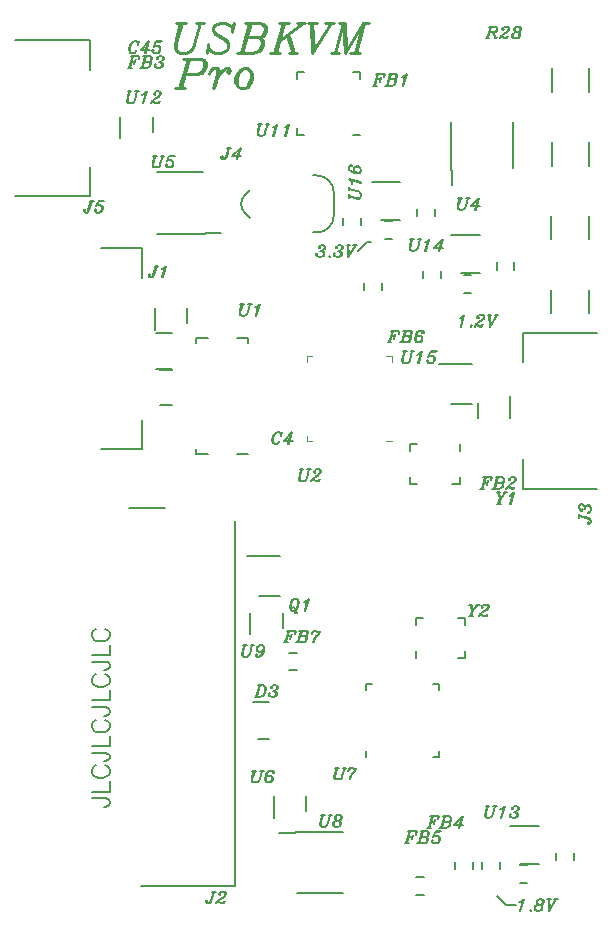
<source format=gto>
%FSLAX46Y46*%
%MOMM*%
%ADD12C,0.120000*%
%ADD10C,0.150000*%
%ADD13C,0.152400*%
%ADD11C,0.250000*%
G01*
%LPD*%
G01*
%LPD*%
D10*
X29929762Y16373810D02*
X30167858Y17183334D01*
D10*
X29977380Y16373810D02*
X30263096Y17373810D01*
D10*
X30120238Y17230952D02*
X30263096Y17373810D01*
D10*
X29977380Y17135714D02*
X30120238Y17230952D01*
D10*
X29882144Y17088096D02*
X29977380Y17135714D01*
D10*
X30025000Y17135714D02*
X30215476Y17230952D01*
D10*
X29882144Y17088096D02*
X30025000Y17135714D01*
D10*
X30786904Y16421429D02*
X30834524Y16469048D01*
D10*
X30834524Y16373810D02*
X30786904Y16421429D01*
D10*
X30882144Y16421429D02*
X30834524Y16373810D01*
D10*
X30834524Y16469048D02*
X30882144Y16421429D01*
D10*
X31453572Y17135714D02*
X31405952Y17183334D01*
D10*
X31405952Y17088096D02*
X31453572Y17135714D01*
D10*
X31358334Y17135714D02*
X31405952Y17088096D01*
D10*
X31358334Y17183334D02*
X31358334Y17135714D01*
D10*
X31405952Y17278572D02*
X31358334Y17183334D01*
D10*
X31453572Y17326190D02*
X31405952Y17278572D01*
D10*
X31596428Y17373810D02*
X31453572Y17326190D01*
D10*
X31739286Y17373810D02*
X31596428Y17373810D01*
D10*
X31882142Y17326190D02*
X31739286Y17373810D01*
D10*
X31929762Y17230952D02*
X31882142Y17326190D01*
D10*
X31929762Y17135714D02*
X31929762Y17230952D01*
D10*
X31882142Y17040476D02*
X31929762Y17135714D01*
D10*
X31786904Y16945238D02*
X31882142Y17040476D01*
D10*
X31644048Y16850000D02*
X31786904Y16945238D01*
D10*
X31453572Y16754762D02*
X31644048Y16850000D01*
D10*
X31310714Y16659524D02*
X31453572Y16754762D01*
D10*
X31215476Y16564286D02*
X31310714Y16659524D01*
D10*
X31120238Y16373810D02*
X31215476Y16564286D01*
D10*
X31834524Y17326190D02*
X31739286Y17373810D01*
D10*
X31882142Y17230952D02*
X31834524Y17326190D01*
D10*
X31882142Y17135714D02*
X31882142Y17230952D01*
D10*
X31834524Y17040476D02*
X31882142Y17135714D01*
D10*
X31739286Y16945238D02*
X31834524Y17040476D01*
D10*
X31453572Y16754762D02*
X31739286Y16945238D01*
D10*
X31215476Y16516667D02*
X31167858Y16469048D01*
D10*
X31310714Y16516667D02*
X31215476Y16516667D01*
D10*
X31548810Y16421429D02*
X31310714Y16516667D01*
D10*
X31691666Y16421429D02*
X31548810Y16421429D01*
D10*
X31786904Y16469048D02*
X31691666Y16421429D01*
D10*
X31834524Y16564286D02*
X31786904Y16469048D01*
D10*
X31548810Y16373810D02*
X31310714Y16516667D01*
D10*
X31691666Y16373810D02*
X31548810Y16373810D01*
D10*
X31786904Y16421429D02*
X31691666Y16373810D01*
D10*
X31834524Y16564286D02*
X31786904Y16421429D01*
D10*
X32405952Y16373810D02*
X32358334Y17373810D01*
D10*
X32453572Y16469048D02*
X32405952Y17373810D01*
D10*
X32405952Y16373810D02*
X33025000Y17373810D01*
D10*
X32548810Y17373810D02*
X32263096Y17373810D01*
D10*
X33120238Y17373810D02*
X32834524Y17373810D01*
D10*
X15102381Y-10376190D02*
X15388095Y-9376190D01*
D10*
X15150000Y-10376190D02*
X15435714Y-9376190D01*
D10*
X15530952Y-10042857D02*
X15626190Y-9661905D01*
D10*
X15959524Y-9376190D02*
X15245238Y-9376190D01*
D10*
X15911905Y-9661905D02*
X15959524Y-9376190D01*
D10*
X15911905Y-9376190D02*
X15911905Y-9661905D01*
D10*
X15578572Y-9852381D02*
X15292857Y-9852381D01*
D10*
X15292857Y-10376190D02*
X14959524Y-10376190D01*
D10*
X16150000Y-10376190D02*
X16435714Y-9376190D01*
D10*
X16197619Y-10376190D02*
X16483333Y-9376190D01*
D10*
X16816666Y-9376190D02*
X16292857Y-9376190D01*
D10*
X16959524Y-9423810D02*
X16816666Y-9376190D01*
D10*
X17007142Y-9519048D02*
X16959524Y-9423810D01*
D10*
X17007142Y-9614286D02*
X17007142Y-9519048D01*
D10*
X16959524Y-9757143D02*
X17007142Y-9614286D01*
D10*
X16911904Y-9804762D02*
X16959524Y-9757143D01*
D10*
X16769048Y-9852381D02*
X16911904Y-9804762D01*
D10*
X16911904Y-9423810D02*
X16816666Y-9376190D01*
D10*
X16959524Y-9519048D02*
X16911904Y-9423810D01*
D10*
X16959524Y-9614286D02*
X16959524Y-9519048D01*
D10*
X16911904Y-9757143D02*
X16959524Y-9614286D01*
D10*
X16864286Y-9804762D02*
X16911904Y-9757143D01*
D10*
X16769048Y-9852381D02*
X16864286Y-9804762D01*
D10*
X16769048Y-9852381D02*
X16340476Y-9852381D01*
D10*
X16864286Y-9900000D02*
X16769048Y-9852381D01*
D10*
X16911904Y-9995238D02*
X16864286Y-9900000D01*
D10*
X16911904Y-10090476D02*
X16911904Y-9995238D01*
D10*
X16864286Y-10233333D02*
X16911904Y-10090476D01*
D10*
X16769048Y-10328571D02*
X16864286Y-10233333D01*
D10*
X16578572Y-10376190D02*
X16769048Y-10328571D01*
D10*
X16007143Y-10376190D02*
X16578572Y-10376190D01*
D10*
X16816666Y-9900000D02*
X16769048Y-9852381D01*
D10*
X16864286Y-9995238D02*
X16816666Y-9900000D01*
D10*
X16864286Y-10090476D02*
X16864286Y-9995238D01*
D10*
X16816666Y-10233333D02*
X16864286Y-10090476D01*
D10*
X16721429Y-10328571D02*
X16816666Y-10233333D01*
D10*
X16578572Y-10376190D02*
X16721429Y-10328571D01*
D10*
X17340476Y-9661905D02*
X17435714Y-9376190D01*
D10*
X18007142Y-9519048D02*
X18054762Y-9376190D01*
D10*
X17911904Y-9661905D02*
X18007142Y-9519048D01*
D10*
X17673810Y-9947619D02*
X17911904Y-9661905D01*
D10*
X17578572Y-10090476D02*
X17673810Y-9947619D01*
D10*
X17530952Y-10185714D02*
X17578572Y-10090476D01*
D10*
X17483334Y-10376190D02*
X17530952Y-10185714D01*
D10*
X17626190Y-9947619D02*
X17911904Y-9661905D01*
D10*
X17530952Y-10090476D02*
X17626190Y-9947619D01*
D10*
X17483334Y-10185714D02*
X17530952Y-10090476D01*
D10*
X17435714Y-10376190D02*
X17483334Y-10185714D01*
D10*
X17530952Y-9376190D02*
X17388096Y-9519048D01*
D10*
X17626190Y-9376190D02*
X17530952Y-9376190D01*
D10*
X17864286Y-9519048D02*
X17626190Y-9376190D01*
D10*
X17530952Y-9423810D02*
X17435714Y-9471429D01*
D10*
X17626190Y-9423810D02*
X17530952Y-9423810D01*
D10*
X17864286Y-9519048D02*
X17626190Y-9423810D01*
D10*
X17959524Y-9519048D02*
X17864286Y-9519048D01*
D10*
X18007142Y-9471429D02*
X17959524Y-9519048D01*
D10*
X18054762Y-9376190D02*
X18007142Y-9471429D01*
D10*
X12797619Y33000000D02*
X12940476Y33523810D01*
D10*
X12750000Y32809524D02*
X12797619Y33000000D01*
D10*
X12750000Y32666666D02*
X12750000Y32809524D01*
D10*
X12797619Y32571428D02*
X12750000Y32666666D01*
D10*
X12940476Y32523810D02*
X12797619Y32571428D01*
D10*
X13130952Y32523810D02*
X12940476Y32523810D01*
D10*
X13273810Y32571428D02*
X13130952Y32523810D01*
D10*
X13369048Y32666666D02*
X13273810Y32571428D01*
D10*
X13416667Y32809524D02*
X13369048Y32666666D01*
D10*
X13607143Y33523810D02*
X13416667Y32809524D01*
D10*
X12845238Y33000000D02*
X12988095Y33523810D01*
D10*
X12797619Y32809524D02*
X12845238Y33000000D01*
D10*
X12797619Y32666666D02*
X12797619Y32809524D01*
D10*
X12845238Y32571428D02*
X12797619Y32666666D01*
D10*
X12940476Y32523810D02*
X12845238Y32571428D01*
D10*
X13130952Y33523810D02*
X12797619Y33523810D01*
D10*
X13750000Y33523810D02*
X13464286Y33523810D01*
D10*
X14083333Y32523810D02*
X14321429Y33333334D01*
D10*
X14130952Y32523810D02*
X14416667Y33523810D01*
D10*
X14273810Y33380952D02*
X14416667Y33523810D01*
D10*
X14130952Y33285714D02*
X14273810Y33380952D01*
D10*
X14035714Y33238096D02*
X14130952Y33285714D01*
D10*
X14178572Y33285714D02*
X14369048Y33380952D01*
D10*
X14035714Y33238096D02*
X14178572Y33285714D01*
D10*
X15083333Y32523810D02*
X15321429Y33333334D01*
D10*
X15130952Y32523810D02*
X15416667Y33523810D01*
D10*
X15273810Y33380952D02*
X15416667Y33523810D01*
D10*
X15130952Y33285714D02*
X15273810Y33380952D01*
D10*
X15035714Y33238096D02*
X15130952Y33285714D01*
D10*
X15178571Y33285714D02*
X15369048Y33380952D01*
D10*
X15035714Y33238096D02*
X15178571Y33285714D01*
D10*
X25672620Y23250000D02*
X25815476Y23773810D01*
D10*
X25625000Y23059524D02*
X25672620Y23250000D01*
D10*
X25625000Y22916666D02*
X25625000Y23059524D01*
D10*
X25672620Y22821428D02*
X25625000Y22916666D01*
D10*
X25815476Y22773810D02*
X25672620Y22821428D01*
D10*
X26005952Y22773810D02*
X25815476Y22773810D01*
D10*
X26148810Y22821428D02*
X26005952Y22773810D01*
D10*
X26244048Y22916666D02*
X26148810Y22821428D01*
D10*
X26291666Y23059524D02*
X26244048Y22916666D01*
D10*
X26482144Y23773810D02*
X26291666Y23059524D01*
D10*
X25720238Y23250000D02*
X25863096Y23773810D01*
D10*
X25672620Y23059524D02*
X25720238Y23250000D01*
D10*
X25672620Y22916666D02*
X25672620Y23059524D01*
D10*
X25720238Y22821428D02*
X25672620Y22916666D01*
D10*
X25815476Y22773810D02*
X25720238Y22821428D01*
D10*
X26005952Y23773810D02*
X25672620Y23773810D01*
D10*
X26625000Y23773810D02*
X26339286Y23773810D01*
D10*
X26958334Y22773810D02*
X27196428Y23583334D01*
D10*
X27005952Y22773810D02*
X27291666Y23773810D01*
D10*
X27148810Y23630952D02*
X27291666Y23773810D01*
D10*
X27005952Y23535714D02*
X27148810Y23630952D01*
D10*
X26910714Y23488096D02*
X27005952Y23535714D01*
D10*
X27053572Y23535714D02*
X27244048Y23630952D01*
D10*
X26910714Y23488096D02*
X27053572Y23535714D01*
D10*
X28101190Y22773810D02*
X28386904Y23726190D01*
D10*
X28148810Y22773810D02*
X28434524Y23773810D01*
D10*
X27720238Y23059524D02*
X28434524Y23773810D01*
D10*
X28482142Y23059524D02*
X27720238Y23059524D01*
D10*
X8826190Y-32285714D02*
X9064286Y-31476190D01*
D10*
X8778571Y-32380952D02*
X8826190Y-32285714D01*
D10*
X8730952Y-32428572D02*
X8778571Y-32380952D01*
D10*
X8635714Y-32476190D02*
X8730952Y-32428572D01*
D10*
X8540476Y-32476190D02*
X8635714Y-32476190D01*
D10*
X8445238Y-32428572D02*
X8540476Y-32476190D01*
D10*
X8397619Y-32333334D02*
X8445238Y-32428572D01*
D10*
X8397619Y-32238096D02*
X8397619Y-32333334D01*
D10*
X8445238Y-32190476D02*
X8397619Y-32238096D01*
D10*
X8492857Y-32238096D02*
X8445238Y-32190476D01*
D10*
X8445238Y-32285714D02*
X8492857Y-32238096D01*
D10*
X8778571Y-32285714D02*
X9016667Y-31476190D01*
D10*
X8730952Y-32380952D02*
X8778571Y-32285714D01*
D10*
X8635714Y-32476190D02*
X8730952Y-32380952D01*
D10*
X9207143Y-31476190D02*
X8873810Y-31476190D01*
D10*
X9588095Y-31714286D02*
X9540476Y-31666666D01*
D10*
X9540476Y-31761904D02*
X9588095Y-31714286D01*
D10*
X9492857Y-31714286D02*
X9540476Y-31761904D01*
D10*
X9492857Y-31666666D02*
X9492857Y-31714286D01*
D10*
X9540476Y-31571428D02*
X9492857Y-31666666D01*
D10*
X9588095Y-31523810D02*
X9540476Y-31571428D01*
D10*
X9730952Y-31476190D02*
X9588095Y-31523810D01*
D10*
X9873810Y-31476190D02*
X9730952Y-31476190D01*
D10*
X10016667Y-31523810D02*
X9873810Y-31476190D01*
D10*
X10064286Y-31619048D02*
X10016667Y-31523810D01*
D10*
X10064286Y-31714286D02*
X10064286Y-31619048D01*
D10*
X10016667Y-31809524D02*
X10064286Y-31714286D01*
D10*
X9921428Y-31904762D02*
X10016667Y-31809524D01*
D10*
X9778571Y-32000000D02*
X9921428Y-31904762D01*
D10*
X9588095Y-32095238D02*
X9778571Y-32000000D01*
D10*
X9445238Y-32190476D02*
X9588095Y-32095238D01*
D10*
X9350000Y-32285714D02*
X9445238Y-32190476D01*
D10*
X9254762Y-32476190D02*
X9350000Y-32285714D01*
D10*
X9969048Y-31523810D02*
X9873810Y-31476190D01*
D10*
X10016667Y-31619048D02*
X9969048Y-31523810D01*
D10*
X10016667Y-31714286D02*
X10016667Y-31619048D01*
D10*
X9969048Y-31809524D02*
X10016667Y-31714286D01*
D10*
X9873810Y-31904762D02*
X9969048Y-31809524D01*
D10*
X9588095Y-32095238D02*
X9873810Y-31904762D01*
D10*
X9350000Y-32333334D02*
X9302381Y-32380952D01*
D10*
X9445238Y-32333334D02*
X9350000Y-32333334D01*
D10*
X9683333Y-32428572D02*
X9445238Y-32333334D01*
D10*
X9826190Y-32428572D02*
X9683333Y-32428572D01*
D10*
X9921428Y-32380952D02*
X9826190Y-32428572D01*
D10*
X9969048Y-32285714D02*
X9921428Y-32380952D01*
D10*
X9683333Y-32476190D02*
X9445238Y-32333334D01*
D10*
X9826190Y-32476190D02*
X9683333Y-32476190D01*
D10*
X9921428Y-32428572D02*
X9826190Y-32476190D01*
D10*
X9969048Y-32285714D02*
X9921428Y-32428572D01*
D10*
X14754762Y7328571D02*
X14707143Y7328571D01*
D10*
X14802381Y7423809D02*
X14754762Y7328571D01*
D10*
X14754762Y7138095D02*
X14802381Y7423809D01*
D10*
X14754762Y7233333D02*
X14754762Y7138095D01*
D10*
X14707143Y7328571D02*
X14754762Y7233333D01*
D10*
X14659524Y7376190D02*
X14707143Y7328571D01*
D10*
X14564286Y7423809D02*
X14659524Y7376190D01*
D10*
X14421429Y7423809D02*
X14564286Y7423809D01*
D10*
X14278571Y7376190D02*
X14421429Y7423809D01*
D10*
X14183333Y7280952D02*
X14278571Y7376190D01*
D10*
X14088095Y7138095D02*
X14183333Y7280952D01*
D10*
X14040476Y6995238D02*
X14088095Y7138095D01*
D10*
X13992857Y6804762D02*
X14040476Y6995238D01*
D10*
X13992857Y6661905D02*
X13992857Y6804762D01*
D10*
X14040476Y6519047D02*
X13992857Y6661905D01*
D10*
X14088095Y6471428D02*
X14040476Y6519047D01*
D10*
X14230952Y6423809D02*
X14088095Y6471428D01*
D10*
X14373810Y6423809D02*
X14230952Y6423809D01*
D10*
X14469048Y6471428D02*
X14373810Y6423809D01*
D10*
X14564286Y6566666D02*
X14469048Y6471428D01*
D10*
X14611905Y6661905D02*
X14564286Y6566666D01*
D10*
X14326190Y7376190D02*
X14421429Y7423809D01*
D10*
X14230952Y7280952D02*
X14326190Y7376190D01*
D10*
X14135714Y7138095D02*
X14230952Y7280952D01*
D10*
X14088095Y6995238D02*
X14135714Y7138095D01*
D10*
X14040476Y6804762D02*
X14088095Y6995238D01*
D10*
X14040476Y6661905D02*
X14040476Y6804762D01*
D10*
X14088095Y6519047D02*
X14040476Y6661905D01*
D10*
X14135714Y6471428D02*
X14088095Y6519047D01*
D10*
X14230952Y6423809D02*
X14135714Y6471428D01*
D10*
X15326190Y6423809D02*
X15611905Y7376190D01*
D10*
X15373810Y6423809D02*
X15659524Y7423809D01*
D10*
X14945238Y6709524D02*
X15659524Y7423809D01*
D10*
X15707143Y6709524D02*
X14945238Y6709524D01*
D10*
X33276190Y1872619D02*
X33085714Y2348809D01*
D10*
X33133334Y1348809D02*
X33276190Y1872619D01*
D10*
X33323810Y1872619D02*
X33133334Y2348809D01*
D10*
X33180952Y1348809D02*
X33323810Y1872619D01*
D10*
X33323810Y1872619D02*
X33800000Y2348809D01*
D10*
X33276190Y2348809D02*
X32990476Y2348809D01*
D10*
X33895240Y2348809D02*
X33609524Y2348809D01*
D10*
X33323810Y1348809D02*
X32990476Y1348809D01*
D10*
X34133332Y1348809D02*
X34371428Y2158333D01*
D10*
X34180952Y1348809D02*
X34466668Y2348809D01*
D10*
X34323808Y2205952D02*
X34466668Y2348809D01*
D10*
X34180952Y2110714D02*
X34323808Y2205952D01*
D10*
X34085716Y2063095D02*
X34180952Y2110714D01*
D10*
X34228572Y2110714D02*
X34419048Y2205952D01*
D10*
X34085716Y2063095D02*
X34228572Y2110714D01*
D10*
X30926190Y-7652381D02*
X30735714Y-7176190D01*
D10*
X30783334Y-8176190D02*
X30926190Y-7652381D01*
D10*
X30973810Y-7652381D02*
X30783334Y-7176190D01*
D10*
X30830952Y-8176190D02*
X30973810Y-7652381D01*
D10*
X30973810Y-7652381D02*
X31450000Y-7176190D01*
D10*
X30926190Y-7176190D02*
X30640476Y-7176190D01*
D10*
X31545238Y-7176190D02*
X31259524Y-7176190D01*
D10*
X30973810Y-8176190D02*
X30640476Y-8176190D01*
D10*
X31830952Y-7414285D02*
X31783334Y-7366666D01*
D10*
X31783334Y-7461905D02*
X31830952Y-7414285D01*
D10*
X31735714Y-7414285D02*
X31783334Y-7461905D01*
D10*
X31735714Y-7366666D02*
X31735714Y-7414285D01*
D10*
X31783334Y-7271428D02*
X31735714Y-7366666D01*
D10*
X31830952Y-7223809D02*
X31783334Y-7271428D01*
D10*
X31973810Y-7176190D02*
X31830952Y-7223809D01*
D10*
X32116666Y-7176190D02*
X31973810Y-7176190D01*
D10*
X32259524Y-7223809D02*
X32116666Y-7176190D01*
D10*
X32307142Y-7319047D02*
X32259524Y-7223809D01*
D10*
X32307142Y-7414285D02*
X32307142Y-7319047D01*
D10*
X32259524Y-7509524D02*
X32307142Y-7414285D01*
D10*
X32164286Y-7604762D02*
X32259524Y-7509524D01*
D10*
X32021428Y-7700000D02*
X32164286Y-7604762D01*
D10*
X31830952Y-7795238D02*
X32021428Y-7700000D01*
D10*
X31688096Y-7890476D02*
X31830952Y-7795238D01*
D10*
X31592858Y-7985714D02*
X31688096Y-7890476D01*
D10*
X31497620Y-8176190D02*
X31592858Y-7985714D01*
D10*
X32211904Y-7223809D02*
X32116666Y-7176190D01*
D10*
X32259524Y-7319047D02*
X32211904Y-7223809D01*
D10*
X32259524Y-7414285D02*
X32259524Y-7319047D01*
D10*
X32211904Y-7509524D02*
X32259524Y-7414285D01*
D10*
X32116666Y-7604762D02*
X32211904Y-7509524D01*
D10*
X31830952Y-7795238D02*
X32116666Y-7604762D01*
D10*
X31592858Y-8033333D02*
X31545238Y-8080952D01*
D10*
X31688096Y-8033333D02*
X31592858Y-8033333D01*
D10*
X31926190Y-8128571D02*
X31688096Y-8033333D01*
D10*
X32069048Y-8128571D02*
X31926190Y-8128571D01*
D10*
X32164286Y-8080952D02*
X32069048Y-8128571D01*
D10*
X32211904Y-7985714D02*
X32164286Y-8080952D01*
D10*
X31926190Y-8176190D02*
X31688096Y-8033333D01*
D10*
X32069048Y-8176190D02*
X31926190Y-8176190D01*
D10*
X32164286Y-8128571D02*
X32069048Y-8176190D01*
D10*
X32211904Y-7985714D02*
X32164286Y-8128571D01*
D11*
X6107143Y36559524D02*
X6821428Y39059524D01*
D11*
X6226190Y36559524D02*
X6940476Y39059524D01*
D11*
X7892857Y39059524D02*
X6464285Y39059524D01*
D11*
X8250000Y38940476D02*
X7892857Y39059524D01*
D11*
X8369047Y38702380D02*
X8250000Y38940476D01*
D11*
X8369047Y38464284D02*
X8369047Y38702380D01*
D11*
X8250000Y38107144D02*
X8369047Y38464284D01*
D11*
X8011905Y37869048D02*
X8250000Y38107144D01*
D11*
X7535714Y37750000D02*
X8011905Y37869048D01*
D11*
X6583333Y37750000D02*
X7535714Y37750000D01*
D11*
X8130952Y38940476D02*
X7892857Y39059524D01*
D11*
X8250000Y38702380D02*
X8130952Y38940476D01*
D11*
X8250000Y38464284D02*
X8250000Y38702380D01*
D11*
X8130952Y38107144D02*
X8250000Y38464284D01*
D11*
X7892857Y37869048D02*
X8130952Y38107144D01*
D11*
X7535714Y37750000D02*
X7892857Y37869048D01*
D11*
X6583333Y36559524D02*
X5750000Y36559524D01*
D11*
X8726190Y37988096D02*
X8607143Y37750000D01*
D11*
X8964286Y38226192D02*
X8726190Y37988096D01*
D11*
X9321428Y38226192D02*
X8964286Y38226192D01*
D11*
X9440476Y38107144D02*
X9321428Y38226192D01*
D11*
X9440476Y37869048D02*
X9440476Y38107144D01*
D11*
X9321428Y37392856D02*
X9440476Y37869048D01*
D11*
X9083333Y36559524D02*
X9321428Y37392856D01*
D11*
X9321428Y38107144D02*
X9202381Y38226192D01*
D11*
X9321428Y37869048D02*
X9321428Y38107144D01*
D11*
X9202381Y37392856D02*
X9321428Y37869048D01*
D11*
X8964286Y36559524D02*
X9202381Y37392856D01*
D11*
X9559524Y37869048D02*
X9321428Y37392856D01*
D11*
X9797619Y38107144D02*
X9559524Y37869048D01*
D11*
X10035714Y38226192D02*
X9797619Y38107144D01*
D11*
X10273810Y38226192D02*
X10035714Y38226192D01*
D11*
X10392857Y38107144D02*
X10273810Y38226192D01*
D11*
X10392857Y37988096D02*
X10392857Y38107144D01*
D11*
X10273810Y37869048D02*
X10392857Y37988096D01*
D11*
X10154762Y37988096D02*
X10273810Y37869048D01*
D11*
X10273810Y38107144D02*
X10154762Y37988096D01*
D11*
X11226190Y38107144D02*
X11583333Y38226192D01*
D11*
X10988095Y37750000D02*
X11226190Y38107144D01*
D11*
X10869048Y37392856D02*
X10988095Y37750000D01*
D11*
X10869048Y37035716D02*
X10869048Y37392856D01*
D11*
X10988095Y36797620D02*
X10869048Y37035716D01*
D11*
X11107143Y36678572D02*
X10988095Y36797620D01*
D11*
X11345238Y36559524D02*
X11107143Y36678572D01*
D11*
X11583333Y36559524D02*
X11345238Y36559524D01*
D11*
X11940476Y36678572D02*
X11583333Y36559524D01*
D11*
X12178572Y37035716D02*
X11940476Y36678572D01*
D11*
X12297619Y37392856D02*
X12178572Y37035716D01*
D11*
X12297619Y37750000D02*
X12297619Y37392856D01*
D11*
X12178572Y37988096D02*
X12297619Y37750000D01*
D11*
X12059524Y38107144D02*
X12178572Y37988096D01*
D11*
X11821428Y38226192D02*
X12059524Y38107144D01*
D11*
X11583333Y38226192D02*
X11821428Y38226192D01*
D11*
X11345238Y38107144D02*
X11583333Y38226192D01*
D11*
X11107143Y37750000D02*
X11345238Y38107144D01*
D11*
X10988095Y37392856D02*
X11107143Y37750000D01*
D11*
X10988095Y36916668D02*
X10988095Y37392856D01*
D11*
X11107143Y36678572D02*
X10988095Y36916668D01*
D11*
X11821428Y36678572D02*
X11583333Y36559524D01*
D11*
X12059524Y37035716D02*
X11821428Y36678572D01*
D11*
X12178572Y37392856D02*
X12059524Y37035716D01*
D11*
X12178572Y37869048D02*
X12178572Y37392856D01*
D11*
X12059524Y38107144D02*
X12178572Y37869048D01*
D10*
X27242858Y-26076190D02*
X27528572Y-25076190D01*
D10*
X27290476Y-26076190D02*
X27576190Y-25076190D01*
D10*
X27671428Y-25742858D02*
X27766666Y-25361904D01*
D10*
X28100000Y-25076190D02*
X27385714Y-25076190D01*
D10*
X28052380Y-25361904D02*
X28100000Y-25076190D01*
D10*
X28052380Y-25076190D02*
X28052380Y-25361904D01*
D10*
X27719048Y-25552380D02*
X27433334Y-25552380D01*
D10*
X27433334Y-26076190D02*
X27100000Y-26076190D01*
D10*
X28290476Y-26076190D02*
X28576190Y-25076190D01*
D10*
X28338096Y-26076190D02*
X28623810Y-25076190D01*
D10*
X28957142Y-25076190D02*
X28433334Y-25076190D01*
D10*
X29100000Y-25123810D02*
X28957142Y-25076190D01*
D10*
X29147620Y-25219048D02*
X29100000Y-25123810D01*
D10*
X29147620Y-25314286D02*
X29147620Y-25219048D01*
D10*
X29100000Y-25457142D02*
X29147620Y-25314286D01*
D10*
X29052380Y-25504762D02*
X29100000Y-25457142D01*
D10*
X28909524Y-25552380D02*
X29052380Y-25504762D01*
D10*
X29052380Y-25123810D02*
X28957142Y-25076190D01*
D10*
X29100000Y-25219048D02*
X29052380Y-25123810D01*
D10*
X29100000Y-25314286D02*
X29100000Y-25219048D01*
D10*
X29052380Y-25457142D02*
X29100000Y-25314286D01*
D10*
X29004762Y-25504762D02*
X29052380Y-25457142D01*
D10*
X28909524Y-25552380D02*
X29004762Y-25504762D01*
D10*
X28909524Y-25552380D02*
X28480952Y-25552380D01*
D10*
X29004762Y-25600000D02*
X28909524Y-25552380D01*
D10*
X29052380Y-25695238D02*
X29004762Y-25600000D01*
D10*
X29052380Y-25790476D02*
X29052380Y-25695238D01*
D10*
X29004762Y-25933334D02*
X29052380Y-25790476D01*
D10*
X28909524Y-26028572D02*
X29004762Y-25933334D01*
D10*
X28719048Y-26076190D02*
X28909524Y-26028572D01*
D10*
X28147620Y-26076190D02*
X28719048Y-26076190D01*
D10*
X28957142Y-25600000D02*
X28909524Y-25552380D01*
D10*
X29004762Y-25695238D02*
X28957142Y-25600000D01*
D10*
X29004762Y-25790476D02*
X29004762Y-25695238D01*
D10*
X28957142Y-25933334D02*
X29004762Y-25790476D01*
D10*
X28861904Y-26028572D02*
X28957142Y-25933334D01*
D10*
X28719048Y-26076190D02*
X28861904Y-26028572D01*
D10*
X29766666Y-26076190D02*
X30052380Y-25123810D01*
D10*
X29814286Y-26076190D02*
X30100000Y-25076190D01*
D10*
X29385714Y-25790476D02*
X30100000Y-25076190D01*
D10*
X30147620Y-25790476D02*
X29385714Y-25790476D01*
D10*
X-1523809Y26214286D02*
X-1285714Y27023810D01*
D10*
X-1571428Y26119048D02*
X-1523809Y26214286D01*
D10*
X-1619047Y26071428D02*
X-1571428Y26119048D01*
D10*
X-1714285Y26023810D02*
X-1619047Y26071428D01*
D10*
X-1809523Y26023810D02*
X-1714285Y26023810D01*
D10*
X-1904761Y26071428D02*
X-1809523Y26023810D01*
D10*
X-1952381Y26166666D02*
X-1904761Y26071428D01*
D10*
X-1952381Y26261904D02*
X-1952381Y26166666D01*
D10*
X-1904761Y26309524D02*
X-1952381Y26261904D01*
D10*
X-1857142Y26261904D02*
X-1904761Y26309524D01*
D10*
X-1904761Y26214286D02*
X-1857142Y26261904D01*
D10*
X-1571428Y26214286D02*
X-1333333Y27023810D01*
D10*
X-1619047Y26119048D02*
X-1571428Y26214286D01*
D10*
X-1714285Y26023810D02*
X-1619047Y26119048D01*
D10*
X-1142857Y27023810D02*
X-1476190Y27023810D01*
D10*
X-952381Y26547620D02*
X-714285Y27023810D01*
D10*
X-238095Y27023810D02*
X-714285Y27023810D01*
D10*
X-476190Y26976190D02*
X-714285Y26976190D01*
D10*
X-238095Y27023810D02*
X-476190Y26976190D01*
D10*
X-904761Y26595238D02*
X-952381Y26547620D01*
D10*
X-761904Y26642858D02*
X-904761Y26595238D01*
D10*
X-619047Y26642858D02*
X-761904Y26642858D01*
D10*
X-476190Y26595238D02*
X-619047Y26642858D01*
D10*
X-428571Y26547620D02*
X-476190Y26595238D01*
D10*
X-380952Y26452380D02*
X-428571Y26547620D01*
D10*
X-380952Y26309524D02*
X-380952Y26452380D01*
D10*
X-428571Y26166666D02*
X-380952Y26309524D01*
D10*
X-523809Y26071428D02*
X-428571Y26166666D01*
D10*
X-666666Y26023810D02*
X-523809Y26071428D01*
D10*
X-809523Y26023810D02*
X-666666Y26023810D01*
D10*
X-952381Y26071428D02*
X-809523Y26023810D01*
D10*
X-1000000Y26119048D02*
X-952381Y26071428D01*
D10*
X-1047619Y26214286D02*
X-1000000Y26119048D01*
D10*
X-1047619Y26261904D02*
X-1047619Y26214286D01*
D10*
X-1000000Y26309524D02*
X-1047619Y26261904D01*
D10*
X-952381Y26261904D02*
X-1000000Y26309524D01*
D10*
X-1000000Y26214286D02*
X-952381Y26261904D01*
D10*
X-523809Y26595238D02*
X-619047Y26642858D01*
D10*
X-476190Y26547620D02*
X-523809Y26595238D01*
D10*
X-428571Y26452380D02*
X-476190Y26547620D01*
D10*
X-428571Y26309524D02*
X-428571Y26452380D01*
D10*
X-476190Y26166666D02*
X-428571Y26309524D01*
D10*
X-571428Y26071428D02*
X-476190Y26166666D01*
D10*
X-666666Y26023810D02*
X-571428Y26071428D01*
D10*
X29738096Y26750000D02*
X29880952Y27273810D01*
D10*
X29690476Y26559524D02*
X29738096Y26750000D01*
D10*
X29690476Y26416666D02*
X29690476Y26559524D01*
D10*
X29738096Y26321428D02*
X29690476Y26416666D01*
D10*
X29880952Y26273810D02*
X29738096Y26321428D01*
D10*
X30071428Y26273810D02*
X29880952Y26273810D01*
D10*
X30214286Y26321428D02*
X30071428Y26273810D01*
D10*
X30309524Y26416666D02*
X30214286Y26321428D01*
D10*
X30357142Y26559524D02*
X30309524Y26416666D01*
D10*
X30547620Y27273810D02*
X30357142Y26559524D01*
D10*
X29785714Y26750000D02*
X29928572Y27273810D01*
D10*
X29738096Y26559524D02*
X29785714Y26750000D01*
D10*
X29738096Y26416666D02*
X29738096Y26559524D01*
D10*
X29785714Y26321428D02*
X29738096Y26416666D01*
D10*
X29880952Y26273810D02*
X29785714Y26321428D01*
D10*
X30071428Y27273810D02*
X29738096Y27273810D01*
D10*
X30690476Y27273810D02*
X30404762Y27273810D01*
D10*
X31166666Y26273810D02*
X31452380Y27226190D01*
D10*
X31214286Y26273810D02*
X31500000Y27273810D01*
D10*
X30785714Y26559524D02*
X31500000Y27273810D01*
D10*
X31547620Y26559524D02*
X30785714Y26559524D01*
D10*
X-142857Y-23571428D02*
X-1285714Y-23571428D01*
D10*
X71428Y-23642856D02*
X-142857Y-23571428D01*
D10*
X142857Y-23714284D02*
X71428Y-23642856D01*
D10*
X214285Y-23857144D02*
X142857Y-23714284D01*
D10*
X214285Y-24000000D02*
X214285Y-23857144D01*
D10*
X142857Y-24142856D02*
X214285Y-24000000D01*
D10*
X71428Y-24214284D02*
X142857Y-24142856D01*
D10*
X-142857Y-24285714D02*
X71428Y-24214284D01*
D10*
X-285714Y-24285714D02*
X-142857Y-24285714D01*
D10*
X214285Y-23000000D02*
X-1285714Y-23000000D01*
D10*
X214285Y-22142856D02*
X214285Y-23000000D01*
D10*
X-1071428Y-20857144D02*
X-928571Y-20785714D01*
D10*
X-1214285Y-21000000D02*
X-1071428Y-20857144D01*
D10*
X-1285714Y-21142856D02*
X-1214285Y-21000000D01*
D10*
X-1285714Y-21428572D02*
X-1285714Y-21142856D01*
D10*
X-1214285Y-21571428D02*
X-1285714Y-21428572D01*
D10*
X-1071428Y-21714286D02*
X-1214285Y-21571428D01*
D10*
X-928571Y-21785714D02*
X-1071428Y-21714286D01*
D10*
X-714285Y-21857144D02*
X-928571Y-21785714D01*
D10*
X-357142Y-21857144D02*
X-714285Y-21857144D01*
D10*
X-142857Y-21785714D02*
X-357142Y-21857144D01*
D10*
X0Y-21714286D02*
X-142857Y-21785714D01*
D10*
X142857Y-21571428D02*
X0Y-21714286D01*
D10*
X214285Y-21428572D02*
X142857Y-21571428D01*
D10*
X214285Y-21142856D02*
X214285Y-21428572D01*
D10*
X142857Y-21000000D02*
X214285Y-21142856D01*
D10*
X0Y-20857144D02*
X142857Y-21000000D01*
D10*
X-142857Y-20785714D02*
X0Y-20857144D01*
D10*
X-142857Y-19714286D02*
X-1285714Y-19714286D01*
D10*
X71428Y-19785714D02*
X-142857Y-19714286D01*
D10*
X142857Y-19857144D02*
X71428Y-19785714D01*
D10*
X214285Y-20000000D02*
X142857Y-19857144D01*
D10*
X214285Y-20142856D02*
X214285Y-20000000D01*
D10*
X142857Y-20285714D02*
X214285Y-20142856D01*
D10*
X71428Y-20357144D02*
X142857Y-20285714D01*
D10*
X-142857Y-20428572D02*
X71428Y-20357144D01*
D10*
X-285714Y-20428572D02*
X-142857Y-20428572D01*
D10*
X214285Y-19142856D02*
X-1285714Y-19142856D01*
D10*
X214285Y-18285714D02*
X214285Y-19142856D01*
D10*
X-1071428Y-17000000D02*
X-928571Y-16928572D01*
D10*
X-1214285Y-17142856D02*
X-1071428Y-17000000D01*
D10*
X-1285714Y-17285714D02*
X-1214285Y-17142856D01*
D10*
X-1285714Y-17571428D02*
X-1285714Y-17285714D01*
D10*
X-1214285Y-17714286D02*
X-1285714Y-17571428D01*
D10*
X-1071428Y-17857144D02*
X-1214285Y-17714286D01*
D10*
X-928571Y-17928572D02*
X-1071428Y-17857144D01*
D10*
X-714285Y-18000000D02*
X-928571Y-17928572D01*
D10*
X-357142Y-18000000D02*
X-714285Y-18000000D01*
D10*
X-142857Y-17928572D02*
X-357142Y-18000000D01*
D10*
X0Y-17857144D02*
X-142857Y-17928572D01*
D10*
X142857Y-17714286D02*
X0Y-17857144D01*
D10*
X214285Y-17571428D02*
X142857Y-17714286D01*
D10*
X214285Y-17285714D02*
X214285Y-17571428D01*
D10*
X142857Y-17142856D02*
X214285Y-17285714D01*
D10*
X0Y-17000000D02*
X142857Y-17142856D01*
D10*
X-142857Y-16928572D02*
X0Y-17000000D01*
D10*
X-142857Y-15857143D02*
X-1285714Y-15857143D01*
D10*
X71428Y-15928572D02*
X-142857Y-15857143D01*
D10*
X142857Y-16000000D02*
X71428Y-15928572D01*
D10*
X214285Y-16142857D02*
X142857Y-16000000D01*
D10*
X214285Y-16285714D02*
X214285Y-16142857D01*
D10*
X142857Y-16428572D02*
X214285Y-16285714D01*
D10*
X71428Y-16500000D02*
X142857Y-16428572D01*
D10*
X-142857Y-16571428D02*
X71428Y-16500000D01*
D10*
X-285714Y-16571428D02*
X-142857Y-16571428D01*
D10*
X214285Y-15285714D02*
X-1285714Y-15285714D01*
D10*
X214285Y-14428572D02*
X214285Y-15285714D01*
D10*
X-1071428Y-13142857D02*
X-928571Y-13071428D01*
D10*
X-1214285Y-13285714D02*
X-1071428Y-13142857D01*
D10*
X-1285714Y-13428572D02*
X-1214285Y-13285714D01*
D10*
X-1285714Y-13714286D02*
X-1285714Y-13428572D01*
D10*
X-1214285Y-13857143D02*
X-1285714Y-13714286D01*
D10*
X-1071428Y-14000000D02*
X-1214285Y-13857143D01*
D10*
X-928571Y-14071428D02*
X-1071428Y-14000000D01*
D10*
X-714285Y-14142857D02*
X-928571Y-14071428D01*
D10*
X-357142Y-14142857D02*
X-714285Y-14142857D01*
D10*
X-142857Y-14071428D02*
X-357142Y-14142857D01*
D10*
X0Y-14000000D02*
X-142857Y-14071428D01*
D10*
X142857Y-13857143D02*
X0Y-14000000D01*
D10*
X214285Y-13714286D02*
X142857Y-13857143D01*
D10*
X214285Y-13428572D02*
X214285Y-13714286D01*
D10*
X142857Y-13285714D02*
X214285Y-13428572D01*
D10*
X0Y-13142857D02*
X142857Y-13285714D01*
D10*
X-142857Y-13071428D02*
X0Y-13142857D01*
D10*
X-142857Y-12000000D02*
X-1285714Y-12000000D01*
D10*
X71428Y-12071428D02*
X-142857Y-12000000D01*
D10*
X142857Y-12142857D02*
X71428Y-12071428D01*
D10*
X214285Y-12285714D02*
X142857Y-12142857D01*
D10*
X214285Y-12428572D02*
X214285Y-12285714D01*
D10*
X142857Y-12571428D02*
X214285Y-12428572D01*
D10*
X71428Y-12642857D02*
X142857Y-12571428D01*
D10*
X-142857Y-12714286D02*
X71428Y-12642857D01*
D10*
X-285714Y-12714286D02*
X-142857Y-12714286D01*
D10*
X214285Y-11428572D02*
X-1285714Y-11428572D01*
D10*
X214285Y-10571428D02*
X214285Y-11428572D01*
D10*
X-1071428Y-9285714D02*
X-928571Y-9214286D01*
D10*
X-1214285Y-9428571D02*
X-1071428Y-9285714D01*
D10*
X-1285714Y-9571429D02*
X-1214285Y-9428571D01*
D10*
X-1285714Y-9857143D02*
X-1285714Y-9571429D01*
D10*
X-1214285Y-10000000D02*
X-1285714Y-9857143D01*
D10*
X-1071428Y-10142857D02*
X-1214285Y-10000000D01*
D10*
X-928571Y-10214286D02*
X-1071428Y-10142857D01*
D10*
X-714285Y-10285714D02*
X-928571Y-10214286D01*
D10*
X-357142Y-10285714D02*
X-714285Y-10285714D01*
D10*
X-142857Y-10214286D02*
X-357142Y-10285714D01*
D10*
X0Y-10142857D02*
X-142857Y-10214286D01*
D10*
X142857Y-10000000D02*
X0Y-10142857D01*
D10*
X214285Y-9857143D02*
X142857Y-10000000D01*
D10*
X214285Y-9571429D02*
X214285Y-9857143D01*
D10*
X142857Y-9428571D02*
X214285Y-9571429D01*
D10*
X0Y-9285714D02*
X142857Y-9428571D01*
D10*
X-142857Y-9214286D02*
X0Y-9285714D01*
D10*
X32192858Y40773808D02*
X32478572Y41773808D01*
D10*
X32240476Y40773808D02*
X32526190Y41773808D01*
D10*
X32859524Y41773808D02*
X32335714Y41773808D01*
D10*
X33002380Y41726192D02*
X32859524Y41773808D01*
D10*
X33050000Y41630952D02*
X33002380Y41726192D01*
D10*
X33050000Y41535716D02*
X33050000Y41630952D01*
D10*
X33002380Y41392856D02*
X33050000Y41535716D01*
D10*
X32954762Y41345240D02*
X33002380Y41392856D01*
D10*
X32811904Y41297620D02*
X32954762Y41345240D01*
D10*
X32383334Y41297620D02*
X32811904Y41297620D01*
D10*
X32954762Y41726192D02*
X32859524Y41773808D01*
D10*
X33002380Y41630952D02*
X32954762Y41726192D01*
D10*
X33002380Y41535716D02*
X33002380Y41630952D01*
D10*
X32954762Y41392856D02*
X33002380Y41535716D01*
D10*
X32907142Y41345240D02*
X32954762Y41392856D01*
D10*
X32811904Y41297620D02*
X32907142Y41345240D01*
D10*
X32716666Y41250000D02*
X32621428Y41297620D01*
D10*
X32764286Y41202380D02*
X32716666Y41250000D01*
D10*
X32811904Y40821428D02*
X32764286Y41202380D01*
D10*
X32859524Y40773808D02*
X32811904Y40821428D01*
D10*
X32954762Y40773808D02*
X32859524Y40773808D01*
D10*
X33002380Y40869048D02*
X32954762Y40773808D01*
D10*
X33002380Y40916668D02*
X33002380Y40869048D01*
D10*
X32859524Y40869048D02*
X32764286Y41202380D01*
D10*
X32907142Y40821428D02*
X32859524Y40869048D01*
D10*
X32954762Y40821428D02*
X32907142Y40821428D01*
D10*
X33002380Y40869048D02*
X32954762Y40821428D01*
D10*
X32383334Y40773808D02*
X32050000Y40773808D01*
D10*
X33573808Y41535716D02*
X33526190Y41583332D01*
D10*
X33526190Y41488096D02*
X33573808Y41535716D01*
D10*
X33478572Y41535716D02*
X33526190Y41488096D01*
D10*
X33478572Y41583332D02*
X33478572Y41535716D01*
D10*
X33526190Y41678572D02*
X33478572Y41583332D01*
D10*
X33573808Y41726192D02*
X33526190Y41678572D01*
D10*
X33716668Y41773808D02*
X33573808Y41726192D01*
D10*
X33859524Y41773808D02*
X33716668Y41773808D01*
D10*
X34002380Y41726192D02*
X33859524Y41773808D01*
D10*
X34050000Y41630952D02*
X34002380Y41726192D01*
D10*
X34050000Y41535716D02*
X34050000Y41630952D01*
D10*
X34002380Y41440476D02*
X34050000Y41535716D01*
D10*
X33907144Y41345240D02*
X34002380Y41440476D01*
D10*
X33764284Y41250000D02*
X33907144Y41345240D01*
D10*
X33573808Y41154760D02*
X33764284Y41250000D01*
D10*
X33430952Y41059524D02*
X33573808Y41154760D01*
D10*
X33335714Y40964284D02*
X33430952Y41059524D01*
D10*
X33240476Y40773808D02*
X33335714Y40964284D01*
D10*
X33954760Y41726192D02*
X33859524Y41773808D01*
D10*
X34002380Y41630952D02*
X33954760Y41726192D01*
D10*
X34002380Y41535716D02*
X34002380Y41630952D01*
D10*
X33954760Y41440476D02*
X34002380Y41535716D01*
D10*
X33859524Y41345240D02*
X33954760Y41440476D01*
D10*
X33573808Y41154760D02*
X33859524Y41345240D01*
D10*
X33335714Y40916668D02*
X33288096Y40869048D01*
D10*
X33430952Y40916668D02*
X33335714Y40916668D01*
D10*
X33669048Y40821428D02*
X33430952Y40916668D01*
D10*
X33811904Y40821428D02*
X33669048Y40821428D01*
D10*
X33907144Y40869048D02*
X33811904Y40821428D01*
D10*
X33954760Y40964284D02*
X33907144Y40869048D01*
D10*
X33669048Y40773808D02*
X33430952Y40916668D01*
D10*
X33811904Y40773808D02*
X33669048Y40773808D01*
D10*
X33907144Y40821428D02*
X33811904Y40773808D01*
D10*
X33954760Y40964284D02*
X33907144Y40821428D01*
D10*
X34573808Y41726192D02*
X34716668Y41773808D01*
D10*
X34526192Y41678572D02*
X34573808Y41726192D01*
D10*
X34478572Y41583332D02*
X34526192Y41678572D01*
D10*
X34478572Y41440476D02*
X34478572Y41583332D01*
D10*
X34526192Y41345240D02*
X34478572Y41440476D01*
D10*
X34621428Y41297620D02*
X34526192Y41345240D01*
D10*
X34764284Y41297620D02*
X34621428Y41297620D01*
D10*
X34954760Y41345240D02*
X34764284Y41297620D01*
D10*
X35002380Y41392856D02*
X34954760Y41345240D01*
D10*
X35050000Y41488096D02*
X35002380Y41392856D01*
D10*
X35050000Y41630952D02*
X35050000Y41488096D01*
D10*
X35002380Y41726192D02*
X35050000Y41630952D01*
D10*
X34859524Y41773808D02*
X35002380Y41726192D01*
D10*
X34716668Y41773808D02*
X34859524Y41773808D01*
D10*
X34621428Y41726192D02*
X34716668Y41773808D01*
D10*
X34573808Y41678572D02*
X34621428Y41726192D01*
D10*
X34526192Y41583332D02*
X34573808Y41678572D01*
D10*
X34526192Y41440476D02*
X34526192Y41583332D01*
D10*
X34573808Y41345240D02*
X34526192Y41440476D01*
D10*
X34621428Y41297620D02*
X34573808Y41345240D01*
D10*
X34907144Y41345240D02*
X34764284Y41297620D01*
D10*
X34954760Y41392856D02*
X34907144Y41345240D01*
D10*
X35002380Y41488096D02*
X34954760Y41392856D01*
D10*
X35002380Y41630952D02*
X35002380Y41488096D01*
D10*
X34954760Y41726192D02*
X35002380Y41630952D01*
D10*
X34859524Y41773808D02*
X34954760Y41726192D01*
D10*
X34430952Y41250000D02*
X34621428Y41297620D01*
D10*
X34335716Y41154760D02*
X34430952Y41250000D01*
D10*
X34288096Y41059524D02*
X34335716Y41154760D01*
D10*
X34288096Y40916668D02*
X34288096Y41059524D01*
D10*
X34335716Y40821428D02*
X34288096Y40916668D01*
D10*
X34478572Y40773808D02*
X34335716Y40821428D01*
D10*
X34669048Y40773808D02*
X34478572Y40773808D01*
D10*
X34859524Y40821428D02*
X34669048Y40773808D01*
D10*
X34907144Y40869048D02*
X34859524Y40821428D01*
D10*
X34954760Y40964284D02*
X34907144Y40869048D01*
D10*
X34954760Y41107144D02*
X34954760Y40964284D01*
D10*
X34907144Y41202380D02*
X34954760Y41107144D01*
D10*
X34859524Y41250000D02*
X34907144Y41202380D01*
D10*
X34764284Y41297620D02*
X34859524Y41250000D01*
D10*
X34478572Y41250000D02*
X34621428Y41297620D01*
D10*
X34383332Y41154760D02*
X34478572Y41250000D01*
D10*
X34335716Y41059524D02*
X34383332Y41154760D01*
D10*
X34335716Y40916668D02*
X34335716Y41059524D01*
D10*
X34383332Y40821428D02*
X34335716Y40916668D01*
D10*
X34478572Y40773808D02*
X34383332Y40821428D01*
D10*
X34811904Y40821428D02*
X34669048Y40773808D01*
D10*
X34859524Y40869048D02*
X34811904Y40821428D01*
D10*
X34907144Y40964284D02*
X34859524Y40869048D01*
D10*
X34907144Y41154760D02*
X34907144Y40964284D01*
D10*
X34859524Y41250000D02*
X34907144Y41154760D01*
D10*
X1892857Y38273808D02*
X2178571Y39273808D01*
D10*
X1940476Y38273808D02*
X2226190Y39273808D01*
D10*
X2321428Y38607144D02*
X2416666Y38988096D01*
D10*
X2750000Y39273808D02*
X2035714Y39273808D01*
D10*
X2702381Y38988096D02*
X2750000Y39273808D01*
D10*
X2702381Y39273808D02*
X2702381Y38988096D01*
D10*
X2369047Y38797620D02*
X2083333Y38797620D01*
D10*
X2083333Y38273808D02*
X1750000Y38273808D01*
D10*
X2940476Y38273808D02*
X3226190Y39273808D01*
D10*
X2988095Y38273808D02*
X3273809Y39273808D01*
D10*
X3607143Y39273808D02*
X3083333Y39273808D01*
D10*
X3750000Y39226192D02*
X3607143Y39273808D01*
D10*
X3797619Y39130952D02*
X3750000Y39226192D01*
D10*
X3797619Y39035716D02*
X3797619Y39130952D01*
D10*
X3750000Y38892856D02*
X3797619Y39035716D01*
D10*
X3702381Y38845240D02*
X3750000Y38892856D01*
D10*
X3559523Y38797620D02*
X3702381Y38845240D01*
D10*
X3702381Y39226192D02*
X3607143Y39273808D01*
D10*
X3750000Y39130952D02*
X3702381Y39226192D01*
D10*
X3750000Y39035716D02*
X3750000Y39130952D01*
D10*
X3702381Y38892856D02*
X3750000Y39035716D01*
D10*
X3654762Y38845240D02*
X3702381Y38892856D01*
D10*
X3559523Y38797620D02*
X3654762Y38845240D01*
D10*
X3559523Y38797620D02*
X3130952Y38797620D01*
D10*
X3654762Y38750000D02*
X3559523Y38797620D01*
D10*
X3702381Y38654760D02*
X3654762Y38750000D01*
D10*
X3702381Y38559524D02*
X3702381Y38654760D01*
D10*
X3654762Y38416668D02*
X3702381Y38559524D01*
D10*
X3559523Y38321428D02*
X3654762Y38416668D01*
D10*
X3369047Y38273808D02*
X3559523Y38321428D01*
D10*
X2797619Y38273808D02*
X3369047Y38273808D01*
D10*
X3607143Y38750000D02*
X3559523Y38797620D01*
D10*
X3654762Y38654760D02*
X3607143Y38750000D01*
D10*
X3654762Y38559524D02*
X3654762Y38654760D01*
D10*
X3607143Y38416668D02*
X3654762Y38559524D01*
D10*
X3511904Y38321428D02*
X3607143Y38416668D01*
D10*
X3369047Y38273808D02*
X3511904Y38321428D01*
D10*
X4321428Y39035716D02*
X4273809Y39083332D01*
D10*
X4273809Y38988096D02*
X4321428Y39035716D01*
D10*
X4226190Y39035716D02*
X4273809Y38988096D01*
D10*
X4226190Y39083332D02*
X4226190Y39035716D01*
D10*
X4273809Y39178572D02*
X4226190Y39083332D01*
D10*
X4321428Y39226192D02*
X4273809Y39178572D01*
D10*
X4464286Y39273808D02*
X4321428Y39226192D01*
D10*
X4607143Y39273808D02*
X4464286Y39273808D01*
D10*
X4750000Y39226192D02*
X4607143Y39273808D01*
D10*
X4797619Y39130952D02*
X4750000Y39226192D01*
D10*
X4797619Y39035716D02*
X4797619Y39130952D01*
D10*
X4750000Y38940476D02*
X4797619Y39035716D01*
D10*
X4607143Y38845240D02*
X4750000Y38940476D01*
D10*
X4464286Y38797620D02*
X4607143Y38845240D01*
D10*
X4702381Y39226192D02*
X4607143Y39273808D01*
D10*
X4750000Y39130952D02*
X4702381Y39226192D01*
D10*
X4750000Y39035716D02*
X4750000Y39130952D01*
D10*
X4702381Y38940476D02*
X4750000Y39035716D01*
D10*
X4607143Y38845240D02*
X4702381Y38940476D01*
D10*
X4464286Y38797620D02*
X4369047Y38797620D01*
D10*
X4607143Y38750000D02*
X4464286Y38797620D01*
D10*
X4654762Y38702380D02*
X4607143Y38750000D01*
D10*
X4702381Y38607144D02*
X4654762Y38702380D01*
D10*
X4702381Y38464284D02*
X4702381Y38607144D01*
D10*
X4654762Y38369048D02*
X4702381Y38464284D01*
D10*
X4607143Y38321428D02*
X4654762Y38369048D01*
D10*
X4464286Y38273808D02*
X4607143Y38321428D01*
D10*
X4273809Y38273808D02*
X4464286Y38273808D01*
D10*
X4130952Y38321428D02*
X4273809Y38273808D01*
D10*
X4083333Y38369048D02*
X4130952Y38321428D01*
D10*
X4035714Y38464284D02*
X4083333Y38369048D01*
D10*
X4035714Y38511904D02*
X4035714Y38464284D01*
D10*
X4083333Y38559524D02*
X4035714Y38511904D01*
D10*
X4130952Y38511904D02*
X4083333Y38559524D01*
D10*
X4083333Y38464284D02*
X4130952Y38511904D01*
D10*
X4559524Y38750000D02*
X4464286Y38797620D01*
D10*
X4607143Y38702380D02*
X4559524Y38750000D01*
D10*
X4654762Y38607144D02*
X4607143Y38702380D01*
D10*
X4654762Y38464284D02*
X4654762Y38607144D01*
D10*
X4607143Y38369048D02*
X4654762Y38464284D01*
D10*
X4559524Y38321428D02*
X4607143Y38369048D01*
D10*
X4464286Y38273808D02*
X4559524Y38321428D01*
D10*
X25352380Y-27376190D02*
X25638096Y-26376190D01*
D10*
X25400000Y-27376190D02*
X25685714Y-26376190D01*
D10*
X25780952Y-27042858D02*
X25876190Y-26661904D01*
D10*
X26209524Y-26376190D02*
X25495238Y-26376190D01*
D10*
X26161904Y-26661904D02*
X26209524Y-26376190D01*
D10*
X26161904Y-26376190D02*
X26161904Y-26661904D01*
D10*
X25828572Y-26852380D02*
X25542858Y-26852380D01*
D10*
X25542858Y-27376190D02*
X25209524Y-27376190D01*
D10*
X26400000Y-27376190D02*
X26685714Y-26376190D01*
D10*
X26447620Y-27376190D02*
X26733334Y-26376190D01*
D10*
X27066666Y-26376190D02*
X26542858Y-26376190D01*
D10*
X27209524Y-26423810D02*
X27066666Y-26376190D01*
D10*
X27257142Y-26519048D02*
X27209524Y-26423810D01*
D10*
X27257142Y-26614286D02*
X27257142Y-26519048D01*
D10*
X27209524Y-26757142D02*
X27257142Y-26614286D01*
D10*
X27161904Y-26804762D02*
X27209524Y-26757142D01*
D10*
X27019048Y-26852380D02*
X27161904Y-26804762D01*
D10*
X27161904Y-26423810D02*
X27066666Y-26376190D01*
D10*
X27209524Y-26519048D02*
X27161904Y-26423810D01*
D10*
X27209524Y-26614286D02*
X27209524Y-26519048D01*
D10*
X27161904Y-26757142D02*
X27209524Y-26614286D01*
D10*
X27114286Y-26804762D02*
X27161904Y-26757142D01*
D10*
X27019048Y-26852380D02*
X27114286Y-26804762D01*
D10*
X27019048Y-26852380D02*
X26590476Y-26852380D01*
D10*
X27114286Y-26900000D02*
X27019048Y-26852380D01*
D10*
X27161904Y-26995238D02*
X27114286Y-26900000D01*
D10*
X27161904Y-27090476D02*
X27161904Y-26995238D01*
D10*
X27114286Y-27233334D02*
X27161904Y-27090476D01*
D10*
X27019048Y-27328572D02*
X27114286Y-27233334D01*
D10*
X26828572Y-27376190D02*
X27019048Y-27328572D01*
D10*
X26257144Y-27376190D02*
X26828572Y-27376190D01*
D10*
X27066666Y-26900000D02*
X27019048Y-26852380D01*
D10*
X27114286Y-26995238D02*
X27066666Y-26900000D01*
D10*
X27114286Y-27090476D02*
X27114286Y-26995238D01*
D10*
X27066666Y-27233334D02*
X27114286Y-27090476D01*
D10*
X26971428Y-27328572D02*
X27066666Y-27233334D01*
D10*
X26828572Y-27376190D02*
X26971428Y-27328572D01*
D10*
X27590476Y-26852380D02*
X27828572Y-26376190D01*
D10*
X28304762Y-26376190D02*
X27828572Y-26376190D01*
D10*
X28066666Y-26423810D02*
X27828572Y-26423810D01*
D10*
X28304762Y-26376190D02*
X28066666Y-26423810D01*
D10*
X27638096Y-26804762D02*
X27590476Y-26852380D01*
D10*
X27780952Y-26757142D02*
X27638096Y-26804762D01*
D10*
X27923810Y-26757142D02*
X27780952Y-26757142D01*
D10*
X28066666Y-26804762D02*
X27923810Y-26757142D01*
D10*
X28114286Y-26852380D02*
X28066666Y-26804762D01*
D10*
X28161904Y-26947620D02*
X28114286Y-26852380D01*
D10*
X28161904Y-27090476D02*
X28161904Y-26947620D01*
D10*
X28114286Y-27233334D02*
X28161904Y-27090476D01*
D10*
X28019048Y-27328572D02*
X28114286Y-27233334D01*
D10*
X27876190Y-27376190D02*
X28019048Y-27328572D01*
D10*
X27733334Y-27376190D02*
X27876190Y-27376190D01*
D10*
X27590476Y-27328572D02*
X27733334Y-27376190D01*
D10*
X27542858Y-27280952D02*
X27590476Y-27328572D01*
D10*
X27495238Y-27185714D02*
X27542858Y-27280952D01*
D10*
X27495238Y-27138096D02*
X27495238Y-27185714D01*
D10*
X27542858Y-27090476D02*
X27495238Y-27138096D01*
D10*
X27590476Y-27138096D02*
X27542858Y-27090476D01*
D10*
X27542858Y-27185714D02*
X27590476Y-27138096D01*
D10*
X28019048Y-26804762D02*
X27923810Y-26757142D01*
D10*
X28066666Y-26852380D02*
X28019048Y-26804762D01*
D10*
X28114286Y-26947620D02*
X28066666Y-26852380D01*
D10*
X28114286Y-27090476D02*
X28114286Y-26947620D01*
D10*
X28066666Y-27233334D02*
X28114286Y-27090476D01*
D10*
X27971428Y-27328572D02*
X28066666Y-27233334D01*
D10*
X27876190Y-27376190D02*
X27971428Y-27328572D01*
D10*
X2654762Y40428572D02*
X2607143Y40428572D01*
D10*
X2702381Y40523808D02*
X2654762Y40428572D01*
D10*
X2654762Y40238096D02*
X2702381Y40523808D01*
D10*
X2654762Y40333332D02*
X2654762Y40238096D01*
D10*
X2607143Y40428572D02*
X2654762Y40333332D01*
D10*
X2559523Y40476192D02*
X2607143Y40428572D01*
D10*
X2464285Y40523808D02*
X2559523Y40476192D01*
D10*
X2321428Y40523808D02*
X2464285Y40523808D01*
D10*
X2178571Y40476192D02*
X2321428Y40523808D01*
D10*
X2083333Y40380952D02*
X2178571Y40476192D01*
D10*
X1988095Y40238096D02*
X2083333Y40380952D01*
D10*
X1940476Y40095240D02*
X1988095Y40238096D01*
D10*
X1892857Y39904760D02*
X1940476Y40095240D01*
D10*
X1892857Y39761904D02*
X1892857Y39904760D01*
D10*
X1940476Y39619048D02*
X1892857Y39761904D01*
D10*
X1988095Y39571428D02*
X1940476Y39619048D01*
D10*
X2130952Y39523808D02*
X1988095Y39571428D01*
D10*
X2273809Y39523808D02*
X2130952Y39523808D01*
D10*
X2369047Y39571428D02*
X2273809Y39523808D01*
D10*
X2464285Y39666668D02*
X2369047Y39571428D01*
D10*
X2511904Y39761904D02*
X2464285Y39666668D01*
D10*
X2226190Y40476192D02*
X2321428Y40523808D01*
D10*
X2130952Y40380952D02*
X2226190Y40476192D01*
D10*
X2035714Y40238096D02*
X2130952Y40380952D01*
D10*
X1988095Y40095240D02*
X2035714Y40238096D01*
D10*
X1940476Y39904760D02*
X1988095Y40095240D01*
D10*
X1940476Y39761904D02*
X1940476Y39904760D01*
D10*
X1988095Y39619048D02*
X1940476Y39761904D01*
D10*
X2035714Y39571428D02*
X1988095Y39619048D01*
D10*
X2130952Y39523808D02*
X2035714Y39571428D01*
D10*
X3226190Y39523808D02*
X3511904Y40476192D01*
D10*
X3273809Y39523808D02*
X3559523Y40523808D01*
D10*
X2845238Y39809524D02*
X3559523Y40523808D01*
D10*
X3607143Y39809524D02*
X2845238Y39809524D01*
D10*
X3940476Y40047620D02*
X4178571Y40523808D01*
D10*
X4654762Y40523808D02*
X4178571Y40523808D01*
D10*
X4416666Y40476192D02*
X4178571Y40476192D01*
D10*
X4654762Y40523808D02*
X4416666Y40476192D01*
D10*
X3988095Y40095240D02*
X3940476Y40047620D01*
D10*
X4130952Y40142856D02*
X3988095Y40095240D01*
D10*
X4273809Y40142856D02*
X4130952Y40142856D01*
D10*
X4416666Y40095240D02*
X4273809Y40142856D01*
D10*
X4464286Y40047620D02*
X4416666Y40095240D01*
D10*
X4511905Y39952380D02*
X4464286Y40047620D01*
D10*
X4511905Y39809524D02*
X4511905Y39952380D01*
D10*
X4464286Y39666668D02*
X4511905Y39809524D01*
D10*
X4369047Y39571428D02*
X4464286Y39666668D01*
D10*
X4226190Y39523808D02*
X4369047Y39571428D01*
D10*
X4083333Y39523808D02*
X4226190Y39523808D01*
D10*
X3940476Y39571428D02*
X4083333Y39523808D01*
D10*
X3892857Y39619048D02*
X3940476Y39571428D01*
D10*
X3845238Y39714284D02*
X3892857Y39619048D01*
D10*
X3845238Y39761904D02*
X3845238Y39714284D01*
D10*
X3892857Y39809524D02*
X3845238Y39761904D01*
D10*
X3940476Y39761904D02*
X3892857Y39809524D01*
D10*
X3892857Y39714284D02*
X3940476Y39761904D01*
D10*
X4369047Y40095240D02*
X4273809Y40142856D01*
D10*
X4416666Y40047620D02*
X4369047Y40095240D01*
D10*
X4464286Y39952380D02*
X4416666Y40047620D01*
D10*
X4464286Y39809524D02*
X4464286Y39952380D01*
D10*
X4416666Y39666668D02*
X4464286Y39809524D01*
D10*
X4321428Y39571428D02*
X4416666Y39666668D01*
D10*
X4226190Y39523808D02*
X4321428Y39571428D01*
D10*
X3908670Y30324204D02*
X4051527Y30848014D01*
D10*
X3861051Y30133728D02*
X3908670Y30324204D01*
D10*
X3861051Y29990870D02*
X3861051Y30133728D01*
D10*
X3908670Y29895632D02*
X3861051Y29990870D01*
D10*
X4051527Y29848014D02*
X3908670Y29895632D01*
D10*
X4242003Y29848014D02*
X4051527Y29848014D01*
D10*
X4384860Y29895632D02*
X4242003Y29848014D01*
D10*
X4480098Y29990870D02*
X4384860Y29895632D01*
D10*
X4527718Y30133728D02*
X4480098Y29990870D01*
D10*
X4718194Y30848014D02*
X4527718Y30133728D01*
D10*
X3956289Y30324204D02*
X4099146Y30848014D01*
D10*
X3908670Y30133728D02*
X3956289Y30324204D01*
D10*
X3908670Y29990870D02*
X3908670Y30133728D01*
D10*
X3956289Y29895632D02*
X3908670Y29990870D01*
D10*
X4051527Y29848014D02*
X3956289Y29895632D01*
D10*
X4242003Y30848014D02*
X3908670Y30848014D01*
D10*
X4861051Y30848014D02*
X4575337Y30848014D01*
D10*
X5051527Y30371824D02*
X5289622Y30848014D01*
D10*
X5765813Y30848014D02*
X5289622Y30848014D01*
D10*
X5527717Y30800394D02*
X5289622Y30800394D01*
D10*
X5765813Y30848014D02*
X5527717Y30800394D01*
D10*
X5099146Y30419442D02*
X5051527Y30371824D01*
D10*
X5242003Y30467062D02*
X5099146Y30419442D01*
D10*
X5384860Y30467062D02*
X5242003Y30467062D01*
D10*
X5527717Y30419442D02*
X5384860Y30467062D01*
D10*
X5575336Y30371824D02*
X5527717Y30419442D01*
D10*
X5622956Y30276584D02*
X5575336Y30371824D01*
D10*
X5622956Y30133728D02*
X5622956Y30276584D01*
D10*
X5575336Y29990870D02*
X5622956Y30133728D01*
D10*
X5480098Y29895632D02*
X5575336Y29990870D01*
D10*
X5337241Y29848014D02*
X5480098Y29895632D01*
D10*
X5194384Y29848014D02*
X5337241Y29848014D01*
D10*
X5051527Y29895632D02*
X5194384Y29848014D01*
D10*
X5003908Y29943252D02*
X5051527Y29895632D01*
D10*
X4956289Y30038490D02*
X5003908Y29943252D01*
D10*
X4956289Y30086108D02*
X4956289Y30038490D01*
D10*
X5003908Y30133728D02*
X4956289Y30086108D01*
D10*
X5051527Y30086108D02*
X5003908Y30133728D01*
D10*
X5003908Y30038490D02*
X5051527Y30086108D01*
D10*
X5480098Y30419442D02*
X5384860Y30467062D01*
D10*
X5527717Y30371824D02*
X5480098Y30419442D01*
D10*
X5575336Y30276584D02*
X5527717Y30371824D01*
D10*
X5575336Y30133728D02*
X5575336Y30276584D01*
D10*
X5527717Y29990870D02*
X5575336Y30133728D01*
D10*
X5432479Y29895632D02*
X5527717Y29990870D01*
D10*
X5337241Y29848014D02*
X5432479Y29895632D01*
D11*
X5845238Y40750000D02*
X6202381Y42059524D01*
D11*
X5726190Y40273808D02*
X5845238Y40750000D01*
D11*
X5726190Y39916668D02*
X5726190Y40273808D01*
D11*
X5845238Y39678572D02*
X5726190Y39916668D01*
D11*
X6202381Y39559524D02*
X5845238Y39678572D01*
D11*
X6678571Y39559524D02*
X6202381Y39559524D01*
D11*
X7035714Y39678572D02*
X6678571Y39559524D01*
D11*
X7273809Y39916668D02*
X7035714Y39678572D01*
D11*
X7392857Y40273808D02*
X7273809Y39916668D01*
D11*
X7869047Y42059524D02*
X7392857Y40273808D01*
D11*
X5964285Y40750000D02*
X6321428Y42059524D01*
D11*
X5845238Y40273808D02*
X5964285Y40750000D01*
D11*
X5845238Y39916668D02*
X5845238Y40273808D01*
D11*
X5964285Y39678572D02*
X5845238Y39916668D01*
D11*
X6202381Y39559524D02*
X5964285Y39678572D01*
D11*
X6678571Y42059524D02*
X5845238Y42059524D01*
D11*
X8226190Y42059524D02*
X7511905Y42059524D01*
D11*
X10607143Y41821428D02*
X10488095Y41821428D01*
D11*
X10726190Y42059524D02*
X10607143Y41821428D01*
D11*
X10607143Y41345240D02*
X10726190Y42059524D01*
D11*
X10607143Y41583332D02*
X10607143Y41345240D01*
D11*
X10488095Y41821428D02*
X10607143Y41583332D01*
D11*
X10369048Y41940476D02*
X10488095Y41821428D01*
D11*
X10011904Y42059524D02*
X10369048Y41940476D01*
D11*
X9535714Y42059524D02*
X10011904Y42059524D01*
D11*
X9178571Y41940476D02*
X9535714Y42059524D01*
D11*
X8940476Y41702380D02*
X9178571Y41940476D01*
D11*
X8940476Y41464284D02*
X8940476Y41702380D01*
D11*
X9059524Y41226192D02*
X8940476Y41464284D01*
D11*
X9178571Y41107144D02*
X9059524Y41226192D01*
D11*
X10011904Y40630952D02*
X9178571Y41107144D01*
D11*
X10250000Y40392856D02*
X10011904Y40630952D01*
D11*
X9178571Y41226192D02*
X8940476Y41464284D01*
D11*
X10011904Y40750000D02*
X9178571Y41226192D01*
D11*
X10130952Y40630952D02*
X10011904Y40750000D01*
D11*
X10250000Y40392856D02*
X10130952Y40630952D01*
D11*
X10250000Y40035716D02*
X10250000Y40392856D01*
D11*
X10130952Y39797620D02*
X10250000Y40035716D01*
D11*
X10011904Y39678572D02*
X10130952Y39797620D01*
D11*
X9654762Y39559524D02*
X10011904Y39678572D01*
D11*
X9178571Y39559524D02*
X9654762Y39559524D01*
D11*
X8821428Y39678572D02*
X9178571Y39559524D01*
D11*
X8702381Y39797620D02*
X8821428Y39678572D01*
D11*
X8583333Y40035716D02*
X8702381Y39797620D01*
D11*
X8583333Y40273808D02*
X8583333Y40035716D01*
D11*
X8464286Y39559524D02*
X8583333Y40273808D01*
D11*
X8583333Y39797620D02*
X8464286Y39559524D01*
D11*
X8702381Y39797620D02*
X8583333Y39797620D01*
D11*
X11321428Y39559524D02*
X12035714Y42059524D01*
D11*
X11440476Y39559524D02*
X12154762Y42059524D01*
D11*
X12988095Y42059524D02*
X11678572Y42059524D01*
D11*
X13345238Y41940476D02*
X12988095Y42059524D01*
D11*
X13464286Y41702380D02*
X13345238Y41940476D01*
D11*
X13464286Y41464284D02*
X13464286Y41702380D01*
D11*
X13345238Y41107144D02*
X13464286Y41464284D01*
D11*
X13226190Y40988096D02*
X13345238Y41107144D01*
D11*
X12869048Y40869048D02*
X13226190Y40988096D01*
D11*
X13226190Y41940476D02*
X12988095Y42059524D01*
D11*
X13345238Y41702380D02*
X13226190Y41940476D01*
D11*
X13345238Y41464284D02*
X13345238Y41702380D01*
D11*
X13226190Y41107144D02*
X13345238Y41464284D01*
D11*
X13107142Y40988096D02*
X13226190Y41107144D01*
D11*
X12869048Y40869048D02*
X13107142Y40988096D01*
D11*
X12869048Y40869048D02*
X11797619Y40869048D01*
D11*
X13107142Y40750000D02*
X12869048Y40869048D01*
D11*
X13226190Y40511904D02*
X13107142Y40750000D01*
D11*
X13226190Y40273808D02*
X13226190Y40511904D01*
D11*
X13107142Y39916668D02*
X13226190Y40273808D01*
D11*
X12869048Y39678572D02*
X13107142Y39916668D01*
D11*
X12392857Y39559524D02*
X12869048Y39678572D01*
D11*
X10964286Y39559524D02*
X12392857Y39559524D01*
D11*
X12988095Y40750000D02*
X12869048Y40869048D01*
D11*
X13107142Y40511904D02*
X12988095Y40750000D01*
D11*
X13107142Y40273808D02*
X13107142Y40511904D01*
D11*
X12988095Y39916668D02*
X13107142Y40273808D01*
D11*
X12750000Y39678572D02*
X12988095Y39916668D01*
D11*
X12392857Y39559524D02*
X12750000Y39678572D01*
D11*
X14178571Y39559524D02*
X14892857Y42059524D01*
D11*
X14297619Y39559524D02*
X15011905Y42059524D01*
D11*
X14535714Y40511904D02*
X16559524Y42059524D01*
D11*
X15845238Y39559524D02*
X15369047Y40988096D01*
D11*
X15726190Y39559524D02*
X15250000Y40988096D01*
D11*
X15369047Y42059524D02*
X14535714Y42059524D01*
D11*
X16797620Y42059524D02*
X16083333Y42059524D01*
D11*
X14654762Y39559524D02*
X13821428Y39559524D01*
D11*
X16083333Y39559524D02*
X15369047Y39559524D01*
D11*
X17392856Y39559524D02*
X17273808Y42059524D01*
D11*
X17511904Y39797620D02*
X17392856Y42059524D01*
D11*
X17392856Y39559524D02*
X18940476Y42059524D01*
D11*
X17750000Y42059524D02*
X17035714Y42059524D01*
D11*
X19178572Y42059524D02*
X18464286Y42059524D01*
D11*
X19297620Y39559524D02*
X20011904Y42059524D01*
D11*
X20130952Y39559524D02*
X20011904Y42059524D01*
D11*
X20250000Y39797620D02*
X20130952Y42059524D01*
D11*
X20130952Y39559524D02*
X21678572Y42059524D01*
D11*
X20964284Y39559524D02*
X21678572Y42059524D01*
D11*
X21083332Y39559524D02*
X21797620Y42059524D01*
D11*
X20130952Y42059524D02*
X19654762Y42059524D01*
D11*
X22154762Y42059524D02*
X21678572Y42059524D01*
D11*
X19654762Y39559524D02*
X18940476Y39559524D01*
D11*
X21440476Y39559524D02*
X20607144Y39559524D01*
D10*
X3976190Y20714286D02*
X4214285Y21523810D01*
D10*
X3928571Y20619048D02*
X3976190Y20714286D01*
D10*
X3880952Y20571428D02*
X3928571Y20619048D01*
D10*
X3785714Y20523810D02*
X3880952Y20571428D01*
D10*
X3690476Y20523810D02*
X3785714Y20523810D01*
D10*
X3595238Y20571428D02*
X3690476Y20523810D01*
D10*
X3547619Y20666666D02*
X3595238Y20571428D01*
D10*
X3547619Y20761904D02*
X3547619Y20666666D01*
D10*
X3595238Y20809524D02*
X3547619Y20761904D01*
D10*
X3642857Y20761904D02*
X3595238Y20809524D01*
D10*
X3595238Y20714286D02*
X3642857Y20761904D01*
D10*
X3928571Y20714286D02*
X4166666Y21523810D01*
D10*
X3880952Y20619048D02*
X3928571Y20714286D01*
D10*
X3785714Y20523810D02*
X3880952Y20619048D01*
D10*
X4357143Y21523810D02*
X4023809Y21523810D01*
D10*
X4690476Y20523810D02*
X4928571Y21333334D01*
D10*
X4738095Y20523810D02*
X5023809Y21523810D01*
D10*
X4880952Y21380952D02*
X5023809Y21523810D01*
D10*
X4738095Y21285714D02*
X4880952Y21380952D01*
D10*
X4642857Y21238096D02*
X4738095Y21285714D01*
D10*
X4785714Y21285714D02*
X4976190Y21380952D01*
D10*
X4642857Y21238096D02*
X4785714Y21285714D01*
D10*
X34958332Y-33101190D02*
X35196428Y-32291666D01*
D10*
X35005952Y-33101190D02*
X35291668Y-32101190D01*
D10*
X35148808Y-32244048D02*
X35291668Y-32101190D01*
D10*
X35005952Y-32339286D02*
X35148808Y-32244048D01*
D10*
X34910716Y-32386904D02*
X35005952Y-32339286D01*
D10*
X35053572Y-32339286D02*
X35244048Y-32244048D01*
D10*
X34910716Y-32386904D02*
X35053572Y-32339286D01*
D10*
X35815476Y-33053572D02*
X35863096Y-33005952D01*
D10*
X35863096Y-33101190D02*
X35815476Y-33053572D01*
D10*
X35910716Y-33053572D02*
X35863096Y-33101190D01*
D10*
X35863096Y-33005952D02*
X35910716Y-33053572D01*
D10*
X36482144Y-32148810D02*
X36625000Y-32101190D01*
D10*
X36434524Y-32196428D02*
X36482144Y-32148810D01*
D10*
X36386904Y-32291666D02*
X36434524Y-32196428D01*
D10*
X36386904Y-32434524D02*
X36386904Y-32291666D01*
D10*
X36434524Y-32529762D02*
X36386904Y-32434524D01*
D10*
X36529760Y-32577380D02*
X36434524Y-32529762D01*
D10*
X36672620Y-32577380D02*
X36529760Y-32577380D01*
D10*
X36863096Y-32529762D02*
X36672620Y-32577380D01*
D10*
X36910716Y-32482142D02*
X36863096Y-32529762D01*
D10*
X36958332Y-32386904D02*
X36910716Y-32482142D01*
D10*
X36958332Y-32244048D02*
X36958332Y-32386904D01*
D10*
X36910716Y-32148810D02*
X36958332Y-32244048D01*
D10*
X36767856Y-32101190D02*
X36910716Y-32148810D01*
D10*
X36625000Y-32101190D02*
X36767856Y-32101190D01*
D10*
X36529760Y-32148810D02*
X36625000Y-32101190D01*
D10*
X36482144Y-32196428D02*
X36529760Y-32148810D01*
D10*
X36434524Y-32291666D02*
X36482144Y-32196428D01*
D10*
X36434524Y-32434524D02*
X36434524Y-32291666D01*
D10*
X36482144Y-32529762D02*
X36434524Y-32434524D01*
D10*
X36529760Y-32577380D02*
X36482144Y-32529762D01*
D10*
X36815476Y-32529762D02*
X36672620Y-32577380D01*
D10*
X36863096Y-32482142D02*
X36815476Y-32529762D01*
D10*
X36910716Y-32386904D02*
X36863096Y-32482142D01*
D10*
X36910716Y-32244048D02*
X36910716Y-32386904D01*
D10*
X36863096Y-32148810D02*
X36910716Y-32244048D01*
D10*
X36767856Y-32101190D02*
X36863096Y-32148810D01*
D10*
X36339284Y-32625000D02*
X36529760Y-32577380D01*
D10*
X36244048Y-32720238D02*
X36339284Y-32625000D01*
D10*
X36196428Y-32815476D02*
X36244048Y-32720238D01*
D10*
X36196428Y-32958334D02*
X36196428Y-32815476D01*
D10*
X36244048Y-33053572D02*
X36196428Y-32958334D01*
D10*
X36386904Y-33101190D02*
X36244048Y-33053572D01*
D10*
X36577380Y-33101190D02*
X36386904Y-33101190D01*
D10*
X36767856Y-33053572D02*
X36577380Y-33101190D01*
D10*
X36815476Y-33005952D02*
X36767856Y-33053572D01*
D10*
X36863096Y-32910714D02*
X36815476Y-33005952D01*
D10*
X36863096Y-32767858D02*
X36863096Y-32910714D01*
D10*
X36815476Y-32672620D02*
X36863096Y-32767858D01*
D10*
X36767856Y-32625000D02*
X36815476Y-32672620D01*
D10*
X36672620Y-32577380D02*
X36767856Y-32625000D01*
D10*
X36386904Y-32625000D02*
X36529760Y-32577380D01*
D10*
X36291668Y-32720238D02*
X36386904Y-32625000D01*
D10*
X36244048Y-32815476D02*
X36291668Y-32720238D01*
D10*
X36244048Y-32958334D02*
X36244048Y-32815476D01*
D10*
X36291668Y-33053572D02*
X36244048Y-32958334D01*
D10*
X36386904Y-33101190D02*
X36291668Y-33053572D01*
D10*
X36720240Y-33053572D02*
X36577380Y-33101190D01*
D10*
X36767856Y-33005952D02*
X36720240Y-33053572D01*
D10*
X36815476Y-32910714D02*
X36767856Y-33005952D01*
D10*
X36815476Y-32720238D02*
X36815476Y-32910714D01*
D10*
X36767856Y-32625000D02*
X36815476Y-32720238D01*
D10*
X37434524Y-33101190D02*
X37386904Y-32101190D01*
D10*
X37482144Y-33005952D02*
X37434524Y-32101190D01*
D10*
X37434524Y-33101190D02*
X38053572Y-32101190D01*
D10*
X37577380Y-32101190D02*
X37291668Y-32101190D01*
D10*
X38148808Y-32101190D02*
X37863096Y-32101190D01*
D10*
X31727380Y2623809D02*
X32013096Y3623809D01*
D10*
X31775000Y2623809D02*
X32060714Y3623809D01*
D10*
X32155952Y2957142D02*
X32251190Y3338095D01*
D10*
X32584524Y3623809D02*
X31870238Y3623809D01*
D10*
X32536904Y3338095D02*
X32584524Y3623809D01*
D10*
X32536904Y3623809D02*
X32536904Y3338095D01*
D10*
X32203572Y3147619D02*
X31917858Y3147619D01*
D10*
X31917858Y2623809D02*
X31584524Y2623809D01*
D10*
X32775000Y2623809D02*
X33060714Y3623809D01*
D10*
X32822620Y2623809D02*
X33108334Y3623809D01*
D10*
X33441666Y3623809D02*
X32917858Y3623809D01*
D10*
X33584524Y3576190D02*
X33441666Y3623809D01*
D10*
X33632144Y3480952D02*
X33584524Y3576190D01*
D10*
X33632144Y3385714D02*
X33632144Y3480952D01*
D10*
X33584524Y3242857D02*
X33632144Y3385714D01*
D10*
X33536904Y3195238D02*
X33584524Y3242857D01*
D10*
X33394048Y3147619D02*
X33536904Y3195238D01*
D10*
X33536904Y3576190D02*
X33441666Y3623809D01*
D10*
X33584524Y3480952D02*
X33536904Y3576190D01*
D10*
X33584524Y3385714D02*
X33584524Y3480952D01*
D10*
X33536904Y3242857D02*
X33584524Y3385714D01*
D10*
X33489286Y3195238D02*
X33536904Y3242857D01*
D10*
X33394048Y3147619D02*
X33489286Y3195238D01*
D10*
X33394048Y3147619D02*
X32965476Y3147619D01*
D10*
X33489286Y3100000D02*
X33394048Y3147619D01*
D10*
X33536904Y3004762D02*
X33489286Y3100000D01*
D10*
X33536904Y2909523D02*
X33536904Y3004762D01*
D10*
X33489286Y2766666D02*
X33536904Y2909523D01*
D10*
X33394048Y2671428D02*
X33489286Y2766666D01*
D10*
X33203572Y2623809D02*
X33394048Y2671428D01*
D10*
X32632144Y2623809D02*
X33203572Y2623809D01*
D10*
X33441666Y3100000D02*
X33394048Y3147619D01*
D10*
X33489286Y3004762D02*
X33441666Y3100000D01*
D10*
X33489286Y2909523D02*
X33489286Y3004762D01*
D10*
X33441666Y2766666D02*
X33489286Y2909523D01*
D10*
X33346428Y2671428D02*
X33441666Y2766666D01*
D10*
X33203572Y2623809D02*
X33346428Y2671428D01*
D10*
X34155952Y3385714D02*
X34108332Y3433333D01*
D10*
X34108332Y3338095D02*
X34155952Y3385714D01*
D10*
X34060716Y3385714D02*
X34108332Y3338095D01*
D10*
X34060716Y3433333D02*
X34060716Y3385714D01*
D10*
X34108332Y3528571D02*
X34060716Y3433333D01*
D10*
X34155952Y3576190D02*
X34108332Y3528571D01*
D10*
X34298808Y3623809D02*
X34155952Y3576190D01*
D10*
X34441668Y3623809D02*
X34298808Y3623809D01*
D10*
X34584524Y3576190D02*
X34441668Y3623809D01*
D10*
X34632144Y3480952D02*
X34584524Y3576190D01*
D10*
X34632144Y3385714D02*
X34632144Y3480952D01*
D10*
X34584524Y3290476D02*
X34632144Y3385714D01*
D10*
X34489284Y3195238D02*
X34584524Y3290476D01*
D10*
X34346428Y3100000D02*
X34489284Y3195238D01*
D10*
X34155952Y3004762D02*
X34346428Y3100000D01*
D10*
X34013096Y2909523D02*
X34155952Y3004762D01*
D10*
X33917856Y2814285D02*
X34013096Y2909523D01*
D10*
X33822620Y2623809D02*
X33917856Y2814285D01*
D10*
X34536904Y3576190D02*
X34441668Y3623809D01*
D10*
X34584524Y3480952D02*
X34536904Y3576190D01*
D10*
X34584524Y3385714D02*
X34584524Y3480952D01*
D10*
X34536904Y3290476D02*
X34584524Y3385714D01*
D10*
X34441668Y3195238D02*
X34536904Y3290476D01*
D10*
X34155952Y3004762D02*
X34441668Y3195238D01*
D10*
X33917856Y2766666D02*
X33870240Y2719047D01*
D10*
X34013096Y2766666D02*
X33917856Y2766666D01*
D10*
X34251192Y2671428D02*
X34013096Y2766666D01*
D10*
X34394048Y2671428D02*
X34251192Y2671428D01*
D10*
X34489284Y2719047D02*
X34394048Y2671428D01*
D10*
X34536904Y2814285D02*
X34489284Y2719047D01*
D10*
X34251192Y2623809D02*
X34013096Y2766666D01*
D10*
X34394048Y2623809D02*
X34251192Y2623809D01*
D10*
X34489284Y2671428D02*
X34394048Y2623809D01*
D10*
X34536904Y2814285D02*
X34489284Y2671428D01*
D10*
X23892858Y15023810D02*
X24178572Y16023810D01*
D10*
X23940476Y15023810D02*
X24226190Y16023810D01*
D10*
X24321428Y15357143D02*
X24416666Y15738095D01*
D10*
X24750000Y16023810D02*
X24035714Y16023810D01*
D10*
X24702380Y15738095D02*
X24750000Y16023810D01*
D10*
X24702380Y16023810D02*
X24702380Y15738095D01*
D10*
X24369048Y15547619D02*
X24083334Y15547619D01*
D10*
X24083334Y15023810D02*
X23750000Y15023810D01*
D10*
X24940476Y15023810D02*
X25226190Y16023810D01*
D10*
X24988096Y15023810D02*
X25273810Y16023810D01*
D10*
X25607142Y16023810D02*
X25083334Y16023810D01*
D10*
X25750000Y15976190D02*
X25607142Y16023810D01*
D10*
X25797620Y15880952D02*
X25750000Y15976190D01*
D10*
X25797620Y15785714D02*
X25797620Y15880952D01*
D10*
X25750000Y15642857D02*
X25797620Y15785714D01*
D10*
X25702380Y15595238D02*
X25750000Y15642857D01*
D10*
X25559524Y15547619D02*
X25702380Y15595238D01*
D10*
X25702380Y15976190D02*
X25607142Y16023810D01*
D10*
X25750000Y15880952D02*
X25702380Y15976190D01*
D10*
X25750000Y15785714D02*
X25750000Y15880952D01*
D10*
X25702380Y15642857D02*
X25750000Y15785714D01*
D10*
X25654762Y15595238D02*
X25702380Y15642857D01*
D10*
X25559524Y15547619D02*
X25654762Y15595238D01*
D10*
X25559524Y15547619D02*
X25130952Y15547619D01*
D10*
X25654762Y15500000D02*
X25559524Y15547619D01*
D10*
X25702380Y15404762D02*
X25654762Y15500000D01*
D10*
X25702380Y15309524D02*
X25702380Y15404762D01*
D10*
X25654762Y15166667D02*
X25702380Y15309524D01*
D10*
X25559524Y15071429D02*
X25654762Y15166667D01*
D10*
X25369048Y15023810D02*
X25559524Y15071429D01*
D10*
X24797620Y15023810D02*
X25369048Y15023810D01*
D10*
X25607142Y15500000D02*
X25559524Y15547619D01*
D10*
X25654762Y15404762D02*
X25607142Y15500000D01*
D10*
X25654762Y15309524D02*
X25654762Y15404762D01*
D10*
X25607142Y15166667D02*
X25654762Y15309524D01*
D10*
X25511904Y15071429D02*
X25607142Y15166667D01*
D10*
X25369048Y15023810D02*
X25511904Y15071429D01*
D10*
X26702380Y15833333D02*
X26750000Y15880952D01*
D10*
X26750000Y15785714D02*
X26702380Y15833333D01*
D10*
X26797620Y15833333D02*
X26750000Y15785714D01*
D10*
X26797620Y15880952D02*
X26797620Y15833333D01*
D10*
X26750000Y15976190D02*
X26797620Y15880952D01*
D10*
X26654762Y16023810D02*
X26750000Y15976190D01*
D10*
X26511904Y16023810D02*
X26654762Y16023810D01*
D10*
X26369048Y15976190D02*
X26511904Y16023810D01*
D10*
X26273810Y15880952D02*
X26369048Y15976190D01*
D10*
X26178572Y15738095D02*
X26273810Y15880952D01*
D10*
X26130952Y15595238D02*
X26178572Y15738095D01*
D10*
X26083334Y15404762D02*
X26130952Y15595238D01*
D10*
X26083334Y15214286D02*
X26083334Y15404762D01*
D10*
X26130952Y15119048D02*
X26083334Y15214286D01*
D10*
X26178572Y15071429D02*
X26130952Y15119048D01*
D10*
X26273810Y15023810D02*
X26178572Y15071429D01*
D10*
X26416666Y15023810D02*
X26273810Y15023810D01*
D10*
X26559524Y15071429D02*
X26416666Y15023810D01*
D10*
X26654762Y15166667D02*
X26559524Y15071429D01*
D10*
X26702380Y15261905D02*
X26654762Y15166667D01*
D10*
X26702380Y15404762D02*
X26702380Y15261905D01*
D10*
X26654762Y15500000D02*
X26702380Y15404762D01*
D10*
X26607142Y15547619D02*
X26654762Y15500000D01*
D10*
X26511904Y15595238D02*
X26607142Y15547619D01*
D10*
X26369048Y15595238D02*
X26511904Y15595238D01*
D10*
X26273810Y15547619D02*
X26369048Y15595238D01*
D10*
X26178572Y15452381D02*
X26273810Y15547619D01*
D10*
X26130952Y15357143D02*
X26178572Y15452381D01*
D10*
X26416666Y15976190D02*
X26511904Y16023810D01*
D10*
X26321428Y15880952D02*
X26416666Y15976190D01*
D10*
X26226190Y15738095D02*
X26321428Y15880952D01*
D10*
X26178572Y15595238D02*
X26226190Y15738095D01*
D10*
X26130952Y15404762D02*
X26178572Y15595238D01*
D10*
X26130952Y15166667D02*
X26130952Y15404762D01*
D10*
X26178572Y15071429D02*
X26130952Y15166667D01*
D10*
X26511904Y15071429D02*
X26416666Y15023810D01*
D10*
X26607142Y15166667D02*
X26511904Y15071429D01*
D10*
X26654762Y15261905D02*
X26607142Y15166667D01*
D10*
X26654762Y15452381D02*
X26654762Y15261905D01*
D10*
X26607142Y15547619D02*
X26654762Y15452381D01*
D10*
X12642857Y-14976190D02*
X12928571Y-13976190D01*
D10*
X12690476Y-14976190D02*
X12976190Y-13976190D01*
D10*
X13214286Y-13976190D02*
X12785714Y-13976190D01*
D10*
X13357143Y-14023810D02*
X13214286Y-13976190D01*
D10*
X13404762Y-14071429D02*
X13357143Y-14023810D01*
D10*
X13452381Y-14214286D02*
X13404762Y-14071429D01*
D10*
X13452381Y-14404762D02*
X13452381Y-14214286D01*
D10*
X13404762Y-14595238D02*
X13452381Y-14404762D01*
D10*
X13309524Y-14785714D02*
X13404762Y-14595238D01*
D10*
X13214286Y-14880952D02*
X13309524Y-14785714D01*
D10*
X13119048Y-14928571D02*
X13214286Y-14880952D01*
D10*
X12928571Y-14976190D02*
X13119048Y-14928571D01*
D10*
X12500000Y-14976190D02*
X12928571Y-14976190D01*
D10*
X13309524Y-14023810D02*
X13214286Y-13976190D01*
D10*
X13357143Y-14071429D02*
X13309524Y-14023810D01*
D10*
X13404762Y-14214286D02*
X13357143Y-14071429D01*
D10*
X13404762Y-14404762D02*
X13404762Y-14214286D01*
D10*
X13357143Y-14595238D02*
X13404762Y-14404762D01*
D10*
X13261905Y-14785714D02*
X13357143Y-14595238D01*
D10*
X13166667Y-14880952D02*
X13261905Y-14785714D01*
D10*
X13071429Y-14928571D02*
X13166667Y-14880952D01*
D10*
X12928571Y-14976190D02*
X13071429Y-14928571D01*
D10*
X13976190Y-14214286D02*
X13928571Y-14166667D01*
D10*
X13928571Y-14261905D02*
X13976190Y-14214286D01*
D10*
X13880952Y-14214286D02*
X13928571Y-14261905D01*
D10*
X13880952Y-14166667D02*
X13880952Y-14214286D01*
D10*
X13928571Y-14071429D02*
X13880952Y-14166667D01*
D10*
X13976190Y-14023810D02*
X13928571Y-14071429D01*
D10*
X14119048Y-13976190D02*
X13976190Y-14023810D01*
D10*
X14261905Y-13976190D02*
X14119048Y-13976190D01*
D10*
X14404762Y-14023810D02*
X14261905Y-13976190D01*
D10*
X14452381Y-14119048D02*
X14404762Y-14023810D01*
D10*
X14452381Y-14214286D02*
X14452381Y-14119048D01*
D10*
X14404762Y-14309524D02*
X14452381Y-14214286D01*
D10*
X14261905Y-14404762D02*
X14404762Y-14309524D01*
D10*
X14119048Y-14452381D02*
X14261905Y-14404762D01*
D10*
X14357143Y-14023810D02*
X14261905Y-13976190D01*
D10*
X14404762Y-14119048D02*
X14357143Y-14023810D01*
D10*
X14404762Y-14214286D02*
X14404762Y-14119048D01*
D10*
X14357143Y-14309524D02*
X14404762Y-14214286D01*
D10*
X14261905Y-14404762D02*
X14357143Y-14309524D01*
D10*
X14119048Y-14452381D02*
X14023810Y-14452381D01*
D10*
X14261905Y-14500000D02*
X14119048Y-14452381D01*
D10*
X14309524Y-14547619D02*
X14261905Y-14500000D01*
D10*
X14357143Y-14642857D02*
X14309524Y-14547619D01*
D10*
X14357143Y-14785714D02*
X14357143Y-14642857D01*
D10*
X14309524Y-14880952D02*
X14357143Y-14785714D01*
D10*
X14261905Y-14928571D02*
X14309524Y-14880952D01*
D10*
X14119048Y-14976190D02*
X14261905Y-14928571D01*
D10*
X13928571Y-14976190D02*
X14119048Y-14976190D01*
D10*
X13785714Y-14928571D02*
X13928571Y-14976190D01*
D10*
X13738095Y-14880952D02*
X13785714Y-14928571D01*
D10*
X13690476Y-14785714D02*
X13738095Y-14880952D01*
D10*
X13690476Y-14738095D02*
X13690476Y-14785714D01*
D10*
X13738095Y-14690476D02*
X13690476Y-14738095D01*
D10*
X13785714Y-14738095D02*
X13738095Y-14690476D01*
D10*
X13738095Y-14785714D02*
X13785714Y-14738095D01*
D10*
X14214286Y-14500000D02*
X14119048Y-14452381D01*
D10*
X14261905Y-14547619D02*
X14214286Y-14500000D01*
D10*
X14309524Y-14642857D02*
X14261905Y-14547619D01*
D10*
X14309524Y-14785714D02*
X14309524Y-14642857D01*
D10*
X14261905Y-14880952D02*
X14309524Y-14785714D01*
D10*
X14214286Y-14928571D02*
X14261905Y-14880952D01*
D10*
X14119048Y-14976190D02*
X14214286Y-14928571D01*
D10*
X18005952Y23035714D02*
X17958334Y23083334D01*
D10*
X17958334Y22988096D02*
X18005952Y23035714D01*
D10*
X17910714Y23035714D02*
X17958334Y22988096D01*
D10*
X17910714Y23083334D02*
X17910714Y23035714D01*
D10*
X17958334Y23178572D02*
X17910714Y23083334D01*
D10*
X18005952Y23226190D02*
X17958334Y23178572D01*
D10*
X18148810Y23273810D02*
X18005952Y23226190D01*
D10*
X18291666Y23273810D02*
X18148810Y23273810D01*
D10*
X18434524Y23226190D02*
X18291666Y23273810D01*
D10*
X18482142Y23130952D02*
X18434524Y23226190D01*
D10*
X18482142Y23035714D02*
X18482142Y23130952D01*
D10*
X18434524Y22940476D02*
X18482142Y23035714D01*
D10*
X18291666Y22845238D02*
X18434524Y22940476D01*
D10*
X18148810Y22797620D02*
X18291666Y22845238D01*
D10*
X18386904Y23226190D02*
X18291666Y23273810D01*
D10*
X18434524Y23130952D02*
X18386904Y23226190D01*
D10*
X18434524Y23035714D02*
X18434524Y23130952D01*
D10*
X18386904Y22940476D02*
X18434524Y23035714D01*
D10*
X18291666Y22845238D02*
X18386904Y22940476D01*
D10*
X18148810Y22797620D02*
X18053572Y22797620D01*
D10*
X18291666Y22750000D02*
X18148810Y22797620D01*
D10*
X18339286Y22702380D02*
X18291666Y22750000D01*
D10*
X18386904Y22607142D02*
X18339286Y22702380D01*
D10*
X18386904Y22464286D02*
X18386904Y22607142D01*
D10*
X18339286Y22369048D02*
X18386904Y22464286D01*
D10*
X18291666Y22321428D02*
X18339286Y22369048D01*
D10*
X18148810Y22273810D02*
X18291666Y22321428D01*
D10*
X17958334Y22273810D02*
X18148810Y22273810D01*
D10*
X17815476Y22321428D02*
X17958334Y22273810D01*
D10*
X17767858Y22369048D02*
X17815476Y22321428D01*
D10*
X17720238Y22464286D02*
X17767858Y22369048D01*
D10*
X17720238Y22511904D02*
X17720238Y22464286D01*
D10*
X17767858Y22559524D02*
X17720238Y22511904D01*
D10*
X17815476Y22511904D02*
X17767858Y22559524D01*
D10*
X17767858Y22464286D02*
X17815476Y22511904D01*
D10*
X18244048Y22750000D02*
X18148810Y22797620D01*
D10*
X18291666Y22702380D02*
X18244048Y22750000D01*
D10*
X18339286Y22607142D02*
X18291666Y22702380D01*
D10*
X18339286Y22464286D02*
X18339286Y22607142D01*
D10*
X18291666Y22369048D02*
X18339286Y22464286D01*
D10*
X18244048Y22321428D02*
X18291666Y22369048D01*
D10*
X18148810Y22273810D02*
X18244048Y22321428D01*
D10*
X18815476Y22321428D02*
X18863096Y22369048D01*
D10*
X18863096Y22273810D02*
X18815476Y22321428D01*
D10*
X18910714Y22321428D02*
X18863096Y22273810D01*
D10*
X18863096Y22369048D02*
X18910714Y22321428D01*
D10*
X19482142Y23035714D02*
X19434524Y23083334D01*
D10*
X19434524Y22988096D02*
X19482142Y23035714D01*
D10*
X19386904Y23035714D02*
X19434524Y22988096D01*
D10*
X19386904Y23083334D02*
X19386904Y23035714D01*
D10*
X19434524Y23178572D02*
X19386904Y23083334D01*
D10*
X19482142Y23226190D02*
X19434524Y23178572D01*
D10*
X19625000Y23273810D02*
X19482142Y23226190D01*
D10*
X19767856Y23273810D02*
X19625000Y23273810D01*
D10*
X19910714Y23226190D02*
X19767856Y23273810D01*
D10*
X19958334Y23130952D02*
X19910714Y23226190D01*
D10*
X19958334Y23035714D02*
X19958334Y23130952D01*
D10*
X19910714Y22940476D02*
X19958334Y23035714D01*
D10*
X19767856Y22845238D02*
X19910714Y22940476D01*
D10*
X19625000Y22797620D02*
X19767856Y22845238D01*
D10*
X19863096Y23226190D02*
X19767856Y23273810D01*
D10*
X19910714Y23130952D02*
X19863096Y23226190D01*
D10*
X19910714Y23035714D02*
X19910714Y23130952D01*
D10*
X19863096Y22940476D02*
X19910714Y23035714D01*
D10*
X19767856Y22845238D02*
X19863096Y22940476D01*
D10*
X19625000Y22797620D02*
X19529762Y22797620D01*
D10*
X19767856Y22750000D02*
X19625000Y22797620D01*
D10*
X19815476Y22702380D02*
X19767856Y22750000D01*
D10*
X19863096Y22607142D02*
X19815476Y22702380D01*
D10*
X19863096Y22464286D02*
X19863096Y22607142D01*
D10*
X19815476Y22369048D02*
X19863096Y22464286D01*
D10*
X19767856Y22321428D02*
X19815476Y22369048D01*
D10*
X19625000Y22273810D02*
X19767856Y22321428D01*
D10*
X19434524Y22273810D02*
X19625000Y22273810D01*
D10*
X19291666Y22321428D02*
X19434524Y22273810D01*
D10*
X19244048Y22369048D02*
X19291666Y22321428D01*
D10*
X19196428Y22464286D02*
X19244048Y22369048D01*
D10*
X19196428Y22511904D02*
X19196428Y22464286D01*
D10*
X19244048Y22559524D02*
X19196428Y22511904D01*
D10*
X19291666Y22511904D02*
X19244048Y22559524D01*
D10*
X19244048Y22464286D02*
X19291666Y22511904D01*
D10*
X19720238Y22750000D02*
X19625000Y22797620D01*
D10*
X19767856Y22702380D02*
X19720238Y22750000D01*
D10*
X19815476Y22607142D02*
X19767856Y22702380D01*
D10*
X19815476Y22464286D02*
X19815476Y22607142D01*
D10*
X19767856Y22369048D02*
X19815476Y22464286D01*
D10*
X19720238Y22321428D02*
X19767856Y22369048D01*
D10*
X19625000Y22273810D02*
X19720238Y22321428D01*
D10*
X20434524Y22273810D02*
X20386904Y23273810D01*
D10*
X20482142Y22369048D02*
X20434524Y23273810D01*
D10*
X20434524Y22273810D02*
X21053572Y23273810D01*
D10*
X20577380Y23273810D02*
X20291666Y23273810D01*
D10*
X21148810Y23273810D02*
X20863096Y23273810D01*
D10*
X1738095Y35750000D02*
X1880952Y36273808D01*
D10*
X1690476Y35559524D02*
X1738095Y35750000D01*
D10*
X1690476Y35416668D02*
X1690476Y35559524D01*
D10*
X1738095Y35321428D02*
X1690476Y35416668D01*
D10*
X1880952Y35273808D02*
X1738095Y35321428D01*
D10*
X2071428Y35273808D02*
X1880952Y35273808D01*
D10*
X2214285Y35321428D02*
X2071428Y35273808D01*
D10*
X2309523Y35416668D02*
X2214285Y35321428D01*
D10*
X2357143Y35559524D02*
X2309523Y35416668D01*
D10*
X2547619Y36273808D02*
X2357143Y35559524D01*
D10*
X1785714Y35750000D02*
X1928571Y36273808D01*
D10*
X1738095Y35559524D02*
X1785714Y35750000D01*
D10*
X1738095Y35416668D02*
X1738095Y35559524D01*
D10*
X1785714Y35321428D02*
X1738095Y35416668D01*
D10*
X1880952Y35273808D02*
X1785714Y35321428D01*
D10*
X2071428Y36273808D02*
X1738095Y36273808D01*
D10*
X2690476Y36273808D02*
X2404762Y36273808D01*
D10*
X3023809Y35273808D02*
X3261904Y36083332D01*
D10*
X3071428Y35273808D02*
X3357143Y36273808D01*
D10*
X3214285Y36130952D02*
X3357143Y36273808D01*
D10*
X3071428Y36035716D02*
X3214285Y36130952D01*
D10*
X2976190Y35988096D02*
X3071428Y36035716D01*
D10*
X3119047Y36035716D02*
X3309523Y36130952D01*
D10*
X2976190Y35988096D02*
X3119047Y36035716D01*
D10*
X4071428Y36035716D02*
X4023809Y36083332D01*
D10*
X4023809Y35988096D02*
X4071428Y36035716D01*
D10*
X3976190Y36035716D02*
X4023809Y35988096D01*
D10*
X3976190Y36083332D02*
X3976190Y36035716D01*
D10*
X4023809Y36178572D02*
X3976190Y36083332D01*
D10*
X4071428Y36226192D02*
X4023809Y36178572D01*
D10*
X4214286Y36273808D02*
X4071428Y36226192D01*
D10*
X4357143Y36273808D02*
X4214286Y36273808D01*
D10*
X4500000Y36226192D02*
X4357143Y36273808D01*
D10*
X4547619Y36130952D02*
X4500000Y36226192D01*
D10*
X4547619Y36035716D02*
X4547619Y36130952D01*
D10*
X4500000Y35940476D02*
X4547619Y36035716D01*
D10*
X4404762Y35845240D02*
X4500000Y35940476D01*
D10*
X4261905Y35750000D02*
X4404762Y35845240D01*
D10*
X4071428Y35654760D02*
X4261905Y35750000D01*
D10*
X3928571Y35559524D02*
X4071428Y35654760D01*
D10*
X3833333Y35464284D02*
X3928571Y35559524D01*
D10*
X3738095Y35273808D02*
X3833333Y35464284D01*
D10*
X4452381Y36226192D02*
X4357143Y36273808D01*
D10*
X4500000Y36130952D02*
X4452381Y36226192D01*
D10*
X4500000Y36035716D02*
X4500000Y36130952D01*
D10*
X4452381Y35940476D02*
X4500000Y36035716D01*
D10*
X4357143Y35845240D02*
X4452381Y35940476D01*
D10*
X4071428Y35654760D02*
X4357143Y35845240D01*
D10*
X3833333Y35416668D02*
X3785714Y35369048D01*
D10*
X3928571Y35416668D02*
X3833333Y35416668D01*
D10*
X4166666Y35321428D02*
X3928571Y35416668D01*
D10*
X4309524Y35321428D02*
X4166666Y35321428D01*
D10*
X4404762Y35369048D02*
X4309524Y35321428D01*
D10*
X4452381Y35464284D02*
X4404762Y35369048D01*
D10*
X4166666Y35273808D02*
X3928571Y35416668D01*
D10*
X4309524Y35273808D02*
X4166666Y35273808D01*
D10*
X4404762Y35321428D02*
X4309524Y35273808D01*
D10*
X4452381Y35464284D02*
X4404762Y35321428D01*
D10*
X11488095Y-11125000D02*
X11630952Y-10601190D01*
D10*
X11440476Y-11315476D02*
X11488095Y-11125000D01*
D10*
X11440476Y-11458333D02*
X11440476Y-11315476D01*
D10*
X11488095Y-11553571D02*
X11440476Y-11458333D01*
D10*
X11630952Y-11601190D02*
X11488095Y-11553571D01*
D10*
X11821429Y-11601190D02*
X11630952Y-11601190D01*
D10*
X11964286Y-11553571D02*
X11821429Y-11601190D01*
D10*
X12059524Y-11458333D02*
X11964286Y-11553571D01*
D10*
X12107143Y-11315476D02*
X12059524Y-11458333D01*
D10*
X12297619Y-10601190D02*
X12107143Y-11315476D01*
D10*
X11535714Y-11125000D02*
X11678571Y-10601190D01*
D10*
X11488095Y-11315476D02*
X11535714Y-11125000D01*
D10*
X11488095Y-11458333D02*
X11488095Y-11315476D01*
D10*
X11535714Y-11553571D02*
X11488095Y-11458333D01*
D10*
X11630952Y-11601190D02*
X11535714Y-11553571D01*
D10*
X11821429Y-10601190D02*
X11488095Y-10601190D01*
D10*
X12440476Y-10601190D02*
X12154762Y-10601190D01*
D10*
X13202381Y-11029762D02*
X13250000Y-10934524D01*
D10*
X13107143Y-11125000D02*
X13202381Y-11029762D01*
D10*
X13011905Y-11172619D02*
X13107143Y-11125000D01*
D10*
X12869048Y-11172619D02*
X13011905Y-11172619D01*
D10*
X12773810Y-11125000D02*
X12869048Y-11172619D01*
D10*
X12726190Y-11077381D02*
X12773810Y-11125000D01*
D10*
X12678571Y-10982143D02*
X12726190Y-11077381D01*
D10*
X12678571Y-10839286D02*
X12678571Y-10982143D01*
D10*
X12726190Y-10744048D02*
X12678571Y-10839286D01*
D10*
X12821428Y-10648810D02*
X12726190Y-10744048D01*
D10*
X12964286Y-10601190D02*
X12821428Y-10648810D01*
D10*
X13107143Y-10601190D02*
X12964286Y-10601190D01*
D10*
X13202381Y-10648810D02*
X13107143Y-10601190D01*
D10*
X13250000Y-10696429D02*
X13202381Y-10648810D01*
D10*
X13297619Y-10791667D02*
X13250000Y-10696429D01*
D10*
X13297619Y-10982143D02*
X13297619Y-10791667D01*
D10*
X13250000Y-11172619D02*
X13297619Y-10982143D01*
D10*
X13202381Y-11315476D02*
X13250000Y-11172619D01*
D10*
X13107143Y-11458333D02*
X13202381Y-11315476D01*
D10*
X13011905Y-11553571D02*
X13107143Y-11458333D01*
D10*
X12869048Y-11601190D02*
X13011905Y-11553571D01*
D10*
X12726190Y-11601190D02*
X12869048Y-11601190D01*
D10*
X12630952Y-11553571D02*
X12726190Y-11601190D01*
D10*
X12583333Y-11458333D02*
X12630952Y-11553571D01*
D10*
X12583333Y-11410714D02*
X12583333Y-11458333D01*
D10*
X12630952Y-11363095D02*
X12583333Y-11410714D01*
D10*
X12678571Y-11410714D02*
X12630952Y-11363095D01*
D10*
X12630952Y-11458333D02*
X12678571Y-11410714D01*
D10*
X12726190Y-11029762D02*
X12773810Y-11125000D01*
D10*
X12726190Y-10839286D02*
X12726190Y-11029762D01*
D10*
X12773810Y-10744048D02*
X12726190Y-10839286D01*
D10*
X12869048Y-10648810D02*
X12773810Y-10744048D01*
D10*
X12964286Y-10601190D02*
X12869048Y-10648810D01*
D10*
X13250000Y-10744048D02*
X13202381Y-10648810D01*
D10*
X13250000Y-10982143D02*
X13250000Y-10744048D01*
D10*
X13202381Y-11172619D02*
X13250000Y-10982143D01*
D10*
X13154762Y-11315476D02*
X13202381Y-11172619D01*
D10*
X13059524Y-11458333D02*
X13154762Y-11315476D01*
D10*
X12964286Y-11553571D02*
X13059524Y-11458333D01*
D10*
X12869048Y-11601190D02*
X12964286Y-11553571D01*
D10*
X40785716Y119047D02*
X39976192Y357142D01*
D10*
X40880952Y71428D02*
X40785716Y119047D01*
D10*
X40928572Y23809D02*
X40880952Y71428D01*
D10*
X40976192Y-71428D02*
X40928572Y23809D01*
D10*
X40976192Y-166666D02*
X40976192Y-71428D01*
D10*
X40928572Y-261904D02*
X40976192Y-166666D01*
D10*
X40833332Y-309523D02*
X40928572Y-261904D01*
D10*
X40738096Y-309523D02*
X40833332Y-309523D01*
D10*
X40690476Y-261904D02*
X40738096Y-309523D01*
D10*
X40738096Y-214285D02*
X40690476Y-261904D01*
D10*
X40785716Y-261904D02*
X40738096Y-214285D01*
D10*
X40785716Y71428D02*
X39976192Y309523D01*
D10*
X40880952Y23809D02*
X40785716Y71428D01*
D10*
X40976192Y-71428D02*
X40880952Y23809D01*
D10*
X39976192Y500000D02*
X39976192Y166666D01*
D10*
X40214284Y880952D02*
X40166668Y833333D01*
D10*
X40261904Y833333D02*
X40214284Y880952D01*
D10*
X40214284Y785714D02*
X40261904Y833333D01*
D10*
X40166668Y785714D02*
X40214284Y785714D01*
D10*
X40071428Y833333D02*
X40166668Y785714D01*
D10*
X40023808Y880952D02*
X40071428Y833333D01*
D10*
X39976192Y1023809D02*
X40023808Y880952D01*
D10*
X39976192Y1166666D02*
X39976192Y1023809D01*
D10*
X40023808Y1309523D02*
X39976192Y1166666D01*
D10*
X40119048Y1357142D02*
X40023808Y1309523D01*
D10*
X40214284Y1357142D02*
X40119048Y1357142D01*
D10*
X40309524Y1309523D02*
X40214284Y1357142D01*
D10*
X40404760Y1166666D02*
X40309524Y1309523D01*
D10*
X40452380Y1023809D02*
X40404760Y1166666D01*
D10*
X40023808Y1261904D02*
X39976192Y1166666D01*
D10*
X40119048Y1309523D02*
X40023808Y1261904D01*
D10*
X40214284Y1309523D02*
X40119048Y1309523D01*
D10*
X40309524Y1261904D02*
X40214284Y1309523D01*
D10*
X40404760Y1166666D02*
X40309524Y1261904D01*
D10*
X40452380Y1023809D02*
X40452380Y928571D01*
D10*
X40500000Y1166666D02*
X40452380Y1023809D01*
D10*
X40547620Y1214285D02*
X40500000Y1166666D01*
D10*
X40642856Y1261904D02*
X40547620Y1214285D01*
D10*
X40785716Y1261904D02*
X40642856Y1261904D01*
D10*
X40880952Y1214285D02*
X40785716Y1261904D01*
D10*
X40928572Y1166666D02*
X40880952Y1214285D01*
D10*
X40976192Y1023809D02*
X40928572Y1166666D01*
D10*
X40976192Y833333D02*
X40976192Y1023809D01*
D10*
X40928572Y690476D02*
X40976192Y833333D01*
D10*
X40880952Y642857D02*
X40928572Y690476D01*
D10*
X40785716Y595238D02*
X40880952Y642857D01*
D10*
X40738096Y595238D02*
X40785716Y595238D01*
D10*
X40690476Y642857D02*
X40738096Y595238D01*
D10*
X40738096Y690476D02*
X40690476Y642857D01*
D10*
X40785716Y642857D02*
X40738096Y690476D01*
D10*
X40500000Y1119047D02*
X40452380Y1023809D01*
D10*
X40547620Y1166666D02*
X40500000Y1119047D01*
D10*
X40642856Y1214285D02*
X40547620Y1166666D01*
D10*
X40785716Y1214285D02*
X40642856Y1214285D01*
D10*
X40880952Y1166666D02*
X40785716Y1214285D01*
D10*
X40928572Y1119047D02*
X40880952Y1166666D01*
D10*
X40976192Y1023809D02*
X40928572Y1119047D01*
D10*
X16297619Y3750000D02*
X16440476Y4273809D01*
D10*
X16250000Y3559523D02*
X16297619Y3750000D01*
D10*
X16250000Y3416666D02*
X16250000Y3559523D01*
D10*
X16297619Y3321428D02*
X16250000Y3416666D01*
D10*
X16440476Y3273809D02*
X16297619Y3321428D01*
D10*
X16630952Y3273809D02*
X16440476Y3273809D01*
D10*
X16773810Y3321428D02*
X16630952Y3273809D01*
D10*
X16869048Y3416666D02*
X16773810Y3321428D01*
D10*
X16916666Y3559523D02*
X16869048Y3416666D01*
D10*
X17107142Y4273809D02*
X16916666Y3559523D01*
D10*
X16345238Y3750000D02*
X16488095Y4273809D01*
D10*
X16297619Y3559523D02*
X16345238Y3750000D01*
D10*
X16297619Y3416666D02*
X16297619Y3559523D01*
D10*
X16345238Y3321428D02*
X16297619Y3416666D01*
D10*
X16440476Y3273809D02*
X16345238Y3321428D01*
D10*
X16630952Y4273809D02*
X16297619Y4273809D01*
D10*
X17250000Y4273809D02*
X16964286Y4273809D01*
D10*
X17630952Y4035714D02*
X17583334Y4083333D01*
D10*
X17583334Y3988095D02*
X17630952Y4035714D01*
D10*
X17535714Y4035714D02*
X17583334Y3988095D01*
D10*
X17535714Y4083333D02*
X17535714Y4035714D01*
D10*
X17583334Y4178571D02*
X17535714Y4083333D01*
D10*
X17630952Y4226190D02*
X17583334Y4178571D01*
D10*
X17773810Y4273809D02*
X17630952Y4226190D01*
D10*
X17916666Y4273809D02*
X17773810Y4273809D01*
D10*
X18059524Y4226190D02*
X17916666Y4273809D01*
D10*
X18107142Y4130952D02*
X18059524Y4226190D01*
D10*
X18107142Y4035714D02*
X18107142Y4130952D01*
D10*
X18059524Y3940476D02*
X18107142Y4035714D01*
D10*
X17964286Y3845238D02*
X18059524Y3940476D01*
D10*
X17821428Y3750000D02*
X17964286Y3845238D01*
D10*
X17630952Y3654762D02*
X17821428Y3750000D01*
D10*
X17488096Y3559523D02*
X17630952Y3654762D01*
D10*
X17392858Y3464285D02*
X17488096Y3559523D01*
D10*
X17297620Y3273809D02*
X17392858Y3464285D01*
D10*
X18011904Y4226190D02*
X17916666Y4273809D01*
D10*
X18059524Y4130952D02*
X18011904Y4226190D01*
D10*
X18059524Y4035714D02*
X18059524Y4130952D01*
D10*
X18011904Y3940476D02*
X18059524Y4035714D01*
D10*
X17916666Y3845238D02*
X18011904Y3940476D01*
D10*
X17630952Y3654762D02*
X17916666Y3845238D01*
D10*
X17392858Y3416666D02*
X17345238Y3369047D01*
D10*
X17488096Y3416666D02*
X17392858Y3416666D01*
D10*
X17726190Y3321428D02*
X17488096Y3416666D01*
D10*
X17869048Y3321428D02*
X17726190Y3321428D01*
D10*
X17964286Y3369047D02*
X17869048Y3321428D01*
D10*
X18011904Y3464285D02*
X17964286Y3369047D01*
D10*
X17726190Y3273809D02*
X17488096Y3416666D01*
D10*
X17869048Y3273809D02*
X17726190Y3273809D01*
D10*
X17964286Y3321428D02*
X17869048Y3273809D01*
D10*
X18011904Y3464285D02*
X17964286Y3321428D01*
D10*
X19297620Y-21500000D02*
X19440476Y-20976190D01*
D10*
X19250000Y-21690476D02*
X19297620Y-21500000D01*
D10*
X19250000Y-21833334D02*
X19250000Y-21690476D01*
D10*
X19297620Y-21928572D02*
X19250000Y-21833334D01*
D10*
X19440476Y-21976190D02*
X19297620Y-21928572D01*
D10*
X19630952Y-21976190D02*
X19440476Y-21976190D01*
D10*
X19773810Y-21928572D02*
X19630952Y-21976190D01*
D10*
X19869048Y-21833334D02*
X19773810Y-21928572D01*
D10*
X19916666Y-21690476D02*
X19869048Y-21833334D01*
D10*
X20107142Y-20976190D02*
X19916666Y-21690476D01*
D10*
X19345238Y-21500000D02*
X19488096Y-20976190D01*
D10*
X19297620Y-21690476D02*
X19345238Y-21500000D01*
D10*
X19297620Y-21833334D02*
X19297620Y-21690476D01*
D10*
X19345238Y-21928572D02*
X19297620Y-21833334D01*
D10*
X19440476Y-21976190D02*
X19345238Y-21928572D01*
D10*
X19630952Y-20976190D02*
X19297620Y-20976190D01*
D10*
X20250000Y-20976190D02*
X19964286Y-20976190D01*
D10*
X20440476Y-21261904D02*
X20535714Y-20976190D01*
D10*
X21107142Y-21119048D02*
X21154762Y-20976190D01*
D10*
X21011904Y-21261904D02*
X21107142Y-21119048D01*
D10*
X20773810Y-21547620D02*
X21011904Y-21261904D01*
D10*
X20678572Y-21690476D02*
X20773810Y-21547620D01*
D10*
X20630952Y-21785714D02*
X20678572Y-21690476D01*
D10*
X20583334Y-21976190D02*
X20630952Y-21785714D01*
D10*
X20726190Y-21547620D02*
X21011904Y-21261904D01*
D10*
X20630952Y-21690476D02*
X20726190Y-21547620D01*
D10*
X20583334Y-21785714D02*
X20630952Y-21690476D01*
D10*
X20535714Y-21976190D02*
X20583334Y-21785714D01*
D10*
X20630952Y-20976190D02*
X20488096Y-21119048D01*
D10*
X20726190Y-20976190D02*
X20630952Y-20976190D01*
D10*
X20964286Y-21119048D02*
X20726190Y-20976190D01*
D10*
X20630952Y-21023810D02*
X20535714Y-21071428D01*
D10*
X20726190Y-21023810D02*
X20630952Y-21023810D01*
D10*
X20964286Y-21119048D02*
X20726190Y-21023810D01*
D10*
X21059524Y-21119048D02*
X20964286Y-21119048D01*
D10*
X21107142Y-21071428D02*
X21059524Y-21119048D01*
D10*
X21154762Y-20976190D02*
X21107142Y-21071428D01*
D10*
X32047620Y-24750000D02*
X32190476Y-24226190D01*
D10*
X32000000Y-24940476D02*
X32047620Y-24750000D01*
D10*
X32000000Y-25083334D02*
X32000000Y-24940476D01*
D10*
X32047620Y-25178572D02*
X32000000Y-25083334D01*
D10*
X32190476Y-25226190D02*
X32047620Y-25178572D01*
D10*
X32380952Y-25226190D02*
X32190476Y-25226190D01*
D10*
X32523810Y-25178572D02*
X32380952Y-25226190D01*
D10*
X32619048Y-25083334D02*
X32523810Y-25178572D01*
D10*
X32666666Y-24940476D02*
X32619048Y-25083334D01*
D10*
X32857144Y-24226190D02*
X32666666Y-24940476D01*
D10*
X32095238Y-24750000D02*
X32238096Y-24226190D01*
D10*
X32047620Y-24940476D02*
X32095238Y-24750000D01*
D10*
X32047620Y-25083334D02*
X32047620Y-24940476D01*
D10*
X32095238Y-25178572D02*
X32047620Y-25083334D01*
D10*
X32190476Y-25226190D02*
X32095238Y-25178572D01*
D10*
X32380952Y-24226190D02*
X32047620Y-24226190D01*
D10*
X33000000Y-24226190D02*
X32714286Y-24226190D01*
D10*
X33333334Y-25226190D02*
X33571428Y-24416666D01*
D10*
X33380952Y-25226190D02*
X33666668Y-24226190D01*
D10*
X33523810Y-24369048D02*
X33666668Y-24226190D01*
D10*
X33380952Y-24464286D02*
X33523810Y-24369048D01*
D10*
X33285714Y-24511904D02*
X33380952Y-24464286D01*
D10*
X33428572Y-24464286D02*
X33619048Y-24369048D01*
D10*
X33285714Y-24511904D02*
X33428572Y-24464286D01*
D10*
X34380952Y-24464286D02*
X34333332Y-24416666D01*
D10*
X34333332Y-24511904D02*
X34380952Y-24464286D01*
D10*
X34285716Y-24464286D02*
X34333332Y-24511904D01*
D10*
X34285716Y-24416666D02*
X34285716Y-24464286D01*
D10*
X34333332Y-24321428D02*
X34285716Y-24416666D01*
D10*
X34380952Y-24273810D02*
X34333332Y-24321428D01*
D10*
X34523808Y-24226190D02*
X34380952Y-24273810D01*
D10*
X34666668Y-24226190D02*
X34523808Y-24226190D01*
D10*
X34809524Y-24273810D02*
X34666668Y-24226190D01*
D10*
X34857144Y-24369048D02*
X34809524Y-24273810D01*
D10*
X34857144Y-24464286D02*
X34857144Y-24369048D01*
D10*
X34809524Y-24559524D02*
X34857144Y-24464286D01*
D10*
X34666668Y-24654762D02*
X34809524Y-24559524D01*
D10*
X34523808Y-24702380D02*
X34666668Y-24654762D01*
D10*
X34761904Y-24273810D02*
X34666668Y-24226190D01*
D10*
X34809524Y-24369048D02*
X34761904Y-24273810D01*
D10*
X34809524Y-24464286D02*
X34809524Y-24369048D01*
D10*
X34761904Y-24559524D02*
X34809524Y-24464286D01*
D10*
X34666668Y-24654762D02*
X34761904Y-24559524D01*
D10*
X34523808Y-24702380D02*
X34428572Y-24702380D01*
D10*
X34666668Y-24750000D02*
X34523808Y-24702380D01*
D10*
X34714284Y-24797620D02*
X34666668Y-24750000D01*
D10*
X34761904Y-24892858D02*
X34714284Y-24797620D01*
D10*
X34761904Y-25035714D02*
X34761904Y-24892858D01*
D10*
X34714284Y-25130952D02*
X34761904Y-25035714D01*
D10*
X34666668Y-25178572D02*
X34714284Y-25130952D01*
D10*
X34523808Y-25226190D02*
X34666668Y-25178572D01*
D10*
X34333332Y-25226190D02*
X34523808Y-25226190D01*
D10*
X34190476Y-25178572D02*
X34333332Y-25226190D01*
D10*
X34142856Y-25130952D02*
X34190476Y-25178572D01*
D10*
X34095240Y-25035714D02*
X34142856Y-25130952D01*
D10*
X34095240Y-24988096D02*
X34095240Y-25035714D01*
D10*
X34142856Y-24940476D02*
X34095240Y-24988096D01*
D10*
X34190476Y-24988096D02*
X34142856Y-24940476D01*
D10*
X34142856Y-25035714D02*
X34190476Y-24988096D01*
D10*
X34619048Y-24750000D02*
X34523808Y-24702380D01*
D10*
X34666668Y-24797620D02*
X34619048Y-24750000D01*
D10*
X34714284Y-24892858D02*
X34666668Y-24797620D01*
D10*
X34714284Y-25035714D02*
X34714284Y-24892858D01*
D10*
X34666668Y-25130952D02*
X34714284Y-25035714D01*
D10*
X34619048Y-25178572D02*
X34666668Y-25130952D01*
D10*
X34523808Y-25226190D02*
X34619048Y-25178572D01*
D10*
X18088096Y-25500000D02*
X18230952Y-24976190D01*
D10*
X18040476Y-25690476D02*
X18088096Y-25500000D01*
D10*
X18040476Y-25833334D02*
X18040476Y-25690476D01*
D10*
X18088096Y-25928572D02*
X18040476Y-25833334D01*
D10*
X18230952Y-25976190D02*
X18088096Y-25928572D01*
D10*
X18421428Y-25976190D02*
X18230952Y-25976190D01*
D10*
X18564286Y-25928572D02*
X18421428Y-25976190D01*
D10*
X18659524Y-25833334D02*
X18564286Y-25928572D01*
D10*
X18707142Y-25690476D02*
X18659524Y-25833334D01*
D10*
X18897620Y-24976190D02*
X18707142Y-25690476D01*
D10*
X18135714Y-25500000D02*
X18278572Y-24976190D01*
D10*
X18088096Y-25690476D02*
X18135714Y-25500000D01*
D10*
X18088096Y-25833334D02*
X18088096Y-25690476D01*
D10*
X18135714Y-25928572D02*
X18088096Y-25833334D01*
D10*
X18230952Y-25976190D02*
X18135714Y-25928572D01*
D10*
X18421428Y-24976190D02*
X18088096Y-24976190D01*
D10*
X19040476Y-24976190D02*
X18754762Y-24976190D01*
D10*
X19421428Y-25023810D02*
X19564286Y-24976190D01*
D10*
X19373810Y-25071428D02*
X19421428Y-25023810D01*
D10*
X19326190Y-25166666D02*
X19373810Y-25071428D01*
D10*
X19326190Y-25309524D02*
X19326190Y-25166666D01*
D10*
X19373810Y-25404762D02*
X19326190Y-25309524D01*
D10*
X19469048Y-25452380D02*
X19373810Y-25404762D01*
D10*
X19611904Y-25452380D02*
X19469048Y-25452380D01*
D10*
X19802380Y-25404762D02*
X19611904Y-25452380D01*
D10*
X19850000Y-25357142D02*
X19802380Y-25404762D01*
D10*
X19897620Y-25261904D02*
X19850000Y-25357142D01*
D10*
X19897620Y-25119048D02*
X19897620Y-25261904D01*
D10*
X19850000Y-25023810D02*
X19897620Y-25119048D01*
D10*
X19707142Y-24976190D02*
X19850000Y-25023810D01*
D10*
X19564286Y-24976190D02*
X19707142Y-24976190D01*
D10*
X19469048Y-25023810D02*
X19564286Y-24976190D01*
D10*
X19421428Y-25071428D02*
X19469048Y-25023810D01*
D10*
X19373810Y-25166666D02*
X19421428Y-25071428D01*
D10*
X19373810Y-25309524D02*
X19373810Y-25166666D01*
D10*
X19421428Y-25404762D02*
X19373810Y-25309524D01*
D10*
X19469048Y-25452380D02*
X19421428Y-25404762D01*
D10*
X19754762Y-25404762D02*
X19611904Y-25452380D01*
D10*
X19802380Y-25357142D02*
X19754762Y-25404762D01*
D10*
X19850000Y-25261904D02*
X19802380Y-25357142D01*
D10*
X19850000Y-25119048D02*
X19850000Y-25261904D01*
D10*
X19802380Y-25023810D02*
X19850000Y-25119048D01*
D10*
X19707142Y-24976190D02*
X19802380Y-25023810D01*
D10*
X19278572Y-25500000D02*
X19469048Y-25452380D01*
D10*
X19183334Y-25595238D02*
X19278572Y-25500000D01*
D10*
X19135714Y-25690476D02*
X19183334Y-25595238D01*
D10*
X19135714Y-25833334D02*
X19135714Y-25690476D01*
D10*
X19183334Y-25928572D02*
X19135714Y-25833334D01*
D10*
X19326190Y-25976190D02*
X19183334Y-25928572D01*
D10*
X19516666Y-25976190D02*
X19326190Y-25976190D01*
D10*
X19707142Y-25928572D02*
X19516666Y-25976190D01*
D10*
X19754762Y-25880952D02*
X19707142Y-25928572D01*
D10*
X19802380Y-25785714D02*
X19754762Y-25880952D01*
D10*
X19802380Y-25642858D02*
X19802380Y-25785714D01*
D10*
X19754762Y-25547620D02*
X19802380Y-25642858D01*
D10*
X19707142Y-25500000D02*
X19754762Y-25547620D01*
D10*
X19611904Y-25452380D02*
X19707142Y-25500000D01*
D10*
X19326190Y-25500000D02*
X19469048Y-25452380D01*
D10*
X19230952Y-25595238D02*
X19326190Y-25500000D01*
D10*
X19183334Y-25690476D02*
X19230952Y-25595238D01*
D10*
X19183334Y-25833334D02*
X19183334Y-25690476D01*
D10*
X19230952Y-25928572D02*
X19183334Y-25833334D01*
D10*
X19326190Y-25976190D02*
X19230952Y-25928572D01*
D10*
X19659524Y-25928572D02*
X19516666Y-25976190D01*
D10*
X19707142Y-25880952D02*
X19659524Y-25928572D01*
D10*
X19754762Y-25785714D02*
X19707142Y-25880952D01*
D10*
X19754762Y-25595238D02*
X19754762Y-25785714D01*
D10*
X19707142Y-25500000D02*
X19754762Y-25595238D01*
D10*
X22642858Y36773808D02*
X22928572Y37773808D01*
D10*
X22690476Y36773808D02*
X22976190Y37773808D01*
D10*
X23071428Y37107144D02*
X23166666Y37488096D01*
D10*
X23500000Y37773808D02*
X22785714Y37773808D01*
D10*
X23452380Y37488096D02*
X23500000Y37773808D01*
D10*
X23452380Y37773808D02*
X23452380Y37488096D01*
D10*
X23119048Y37297620D02*
X22833334Y37297620D01*
D10*
X22833334Y36773808D02*
X22500000Y36773808D01*
D10*
X23690476Y36773808D02*
X23976190Y37773808D01*
D10*
X23738096Y36773808D02*
X24023810Y37773808D01*
D10*
X24357142Y37773808D02*
X23833334Y37773808D01*
D10*
X24500000Y37726192D02*
X24357142Y37773808D01*
D10*
X24547620Y37630952D02*
X24500000Y37726192D01*
D10*
X24547620Y37535716D02*
X24547620Y37630952D01*
D10*
X24500000Y37392856D02*
X24547620Y37535716D01*
D10*
X24452380Y37345240D02*
X24500000Y37392856D01*
D10*
X24309524Y37297620D02*
X24452380Y37345240D01*
D10*
X24452380Y37726192D02*
X24357142Y37773808D01*
D10*
X24500000Y37630952D02*
X24452380Y37726192D01*
D10*
X24500000Y37535716D02*
X24500000Y37630952D01*
D10*
X24452380Y37392856D02*
X24500000Y37535716D01*
D10*
X24404762Y37345240D02*
X24452380Y37392856D01*
D10*
X24309524Y37297620D02*
X24404762Y37345240D01*
D10*
X24309524Y37297620D02*
X23880952Y37297620D01*
D10*
X24404762Y37250000D02*
X24309524Y37297620D01*
D10*
X24452380Y37154760D02*
X24404762Y37250000D01*
D10*
X24452380Y37059524D02*
X24452380Y37154760D01*
D10*
X24404762Y36916668D02*
X24452380Y37059524D01*
D10*
X24309524Y36821428D02*
X24404762Y36916668D01*
D10*
X24119048Y36773808D02*
X24309524Y36821428D01*
D10*
X23547620Y36773808D02*
X24119048Y36773808D01*
D10*
X24357142Y37250000D02*
X24309524Y37297620D01*
D10*
X24404762Y37154760D02*
X24357142Y37250000D01*
D10*
X24404762Y37059524D02*
X24404762Y37154760D01*
D10*
X24357142Y36916668D02*
X24404762Y37059524D01*
D10*
X24261904Y36821428D02*
X24357142Y36916668D01*
D10*
X24119048Y36773808D02*
X24261904Y36821428D01*
D10*
X25023810Y36773808D02*
X25261904Y37583332D01*
D10*
X25071428Y36773808D02*
X25357142Y37773808D01*
D10*
X25214286Y37630952D02*
X25357142Y37773808D01*
D10*
X25071428Y37535716D02*
X25214286Y37630952D01*
D10*
X24976190Y37488096D02*
X25071428Y37535716D01*
D10*
X25119048Y37535716D02*
X25309524Y37630952D01*
D10*
X24976190Y37488096D02*
X25119048Y37535716D01*
D10*
X11297619Y17750000D02*
X11440476Y18273810D01*
D10*
X11250000Y17559524D02*
X11297619Y17750000D01*
D10*
X11250000Y17416666D02*
X11250000Y17559524D01*
D10*
X11297619Y17321428D02*
X11250000Y17416666D01*
D10*
X11440476Y17273810D02*
X11297619Y17321428D01*
D10*
X11630952Y17273810D02*
X11440476Y17273810D01*
D10*
X11773810Y17321428D02*
X11630952Y17273810D01*
D10*
X11869048Y17416666D02*
X11773810Y17321428D01*
D10*
X11916667Y17559524D02*
X11869048Y17416666D01*
D10*
X12107143Y18273810D02*
X11916667Y17559524D01*
D10*
X11345238Y17750000D02*
X11488095Y18273810D01*
D10*
X11297619Y17559524D02*
X11345238Y17750000D01*
D10*
X11297619Y17416666D02*
X11297619Y17559524D01*
D10*
X11345238Y17321428D02*
X11297619Y17416666D01*
D10*
X11440476Y17273810D02*
X11345238Y17321428D01*
D10*
X11630952Y18273810D02*
X11297619Y18273810D01*
D10*
X12250000Y18273810D02*
X11964286Y18273810D01*
D10*
X12583333Y17273810D02*
X12821429Y18083334D01*
D10*
X12630952Y17273810D02*
X12916667Y18273810D01*
D10*
X12773810Y18130952D02*
X12916667Y18273810D01*
D10*
X12630952Y18035714D02*
X12773810Y18130952D01*
D10*
X12535714Y17988096D02*
X12630952Y18035714D01*
D10*
X12678571Y18035714D02*
X12869048Y18130952D01*
D10*
X12535714Y17988096D02*
X12678571Y18035714D01*
D10*
X21000000Y27238096D02*
X20476190Y27380952D01*
D10*
X21190476Y27190476D02*
X21000000Y27238096D01*
D10*
X21333334Y27190476D02*
X21190476Y27190476D01*
D10*
X21428572Y27238096D02*
X21333334Y27190476D01*
D10*
X21476190Y27380952D02*
X21428572Y27238096D01*
D10*
X21476190Y27571428D02*
X21476190Y27380952D01*
D10*
X21428572Y27714286D02*
X21476190Y27571428D01*
D10*
X21333334Y27809524D02*
X21428572Y27714286D01*
D10*
X21190476Y27857142D02*
X21333334Y27809524D01*
D10*
X20476190Y28047620D02*
X21190476Y27857142D01*
D10*
X21000000Y27285714D02*
X20476190Y27428572D01*
D10*
X21190476Y27238096D02*
X21000000Y27285714D01*
D10*
X21333334Y27238096D02*
X21190476Y27238096D01*
D10*
X21428572Y27285714D02*
X21333334Y27238096D01*
D10*
X21476190Y27380952D02*
X21428572Y27285714D01*
D10*
X20476190Y27571428D02*
X20476190Y27238096D01*
D10*
X20476190Y28190476D02*
X20476190Y27904762D01*
D10*
X21476190Y28523810D02*
X20666666Y28761904D01*
D10*
X21476190Y28571428D02*
X20476190Y28857142D01*
D10*
X20619048Y28714286D02*
X20476190Y28857142D01*
D10*
X20714286Y28571428D02*
X20619048Y28714286D01*
D10*
X20761904Y28476190D02*
X20714286Y28571428D01*
D10*
X20714286Y28619048D02*
X20619048Y28809524D01*
D10*
X20761904Y28476190D02*
X20714286Y28619048D01*
D10*
X20666666Y29952380D02*
X20619048Y30000000D01*
D10*
X20714286Y30000000D02*
X20666666Y29952380D01*
D10*
X20666666Y30047620D02*
X20714286Y30000000D01*
D10*
X20619048Y30047620D02*
X20666666Y30047620D01*
D10*
X20523810Y30000000D02*
X20619048Y30047620D01*
D10*
X20476190Y29904762D02*
X20523810Y30000000D01*
D10*
X20476190Y29761904D02*
X20476190Y29904762D01*
D10*
X20523810Y29619048D02*
X20476190Y29761904D01*
D10*
X20619048Y29523810D02*
X20523810Y29619048D01*
D10*
X20761904Y29428572D02*
X20619048Y29523810D01*
D10*
X20904762Y29380952D02*
X20761904Y29428572D01*
D10*
X21095238Y29333334D02*
X20904762Y29380952D01*
D10*
X21285714Y29333334D02*
X21095238Y29333334D01*
D10*
X21380952Y29380952D02*
X21285714Y29333334D01*
D10*
X21428572Y29428572D02*
X21380952Y29380952D01*
D10*
X21476190Y29523810D02*
X21428572Y29428572D01*
D10*
X21476190Y29666666D02*
X21476190Y29523810D01*
D10*
X21428572Y29809524D02*
X21476190Y29666666D01*
D10*
X21333334Y29904762D02*
X21428572Y29809524D01*
D10*
X21238096Y29952380D02*
X21333334Y29904762D01*
D10*
X21095238Y29952380D02*
X21238096Y29952380D01*
D10*
X21000000Y29904762D02*
X21095238Y29952380D01*
D10*
X20952380Y29857142D02*
X21000000Y29904762D01*
D10*
X20904762Y29761904D02*
X20952380Y29857142D01*
D10*
X20904762Y29619048D02*
X20904762Y29761904D01*
D10*
X20952380Y29523810D02*
X20904762Y29619048D01*
D10*
X21047620Y29428572D02*
X20952380Y29523810D01*
D10*
X21142858Y29380952D02*
X21047620Y29428572D01*
D10*
X20523810Y29666666D02*
X20476190Y29761904D01*
D10*
X20619048Y29571428D02*
X20523810Y29666666D01*
D10*
X20761904Y29476190D02*
X20619048Y29571428D01*
D10*
X20904762Y29428572D02*
X20761904Y29476190D01*
D10*
X21095238Y29380952D02*
X20904762Y29428572D01*
D10*
X21333334Y29380952D02*
X21095238Y29380952D01*
D10*
X21428572Y29428572D02*
X21333334Y29380952D01*
D10*
X21428572Y29761904D02*
X21476190Y29666666D01*
D10*
X21333334Y29857142D02*
X21428572Y29761904D01*
D10*
X21238096Y29904762D02*
X21333334Y29857142D01*
D10*
X21047620Y29904762D02*
X21238096Y29904762D01*
D10*
X20952380Y29857142D02*
X21047620Y29904762D01*
D10*
X25047620Y13750000D02*
X25190476Y14273810D01*
D10*
X25000000Y13559524D02*
X25047620Y13750000D01*
D10*
X25000000Y13416667D02*
X25000000Y13559524D01*
D10*
X25047620Y13321429D02*
X25000000Y13416667D01*
D10*
X25190476Y13273810D02*
X25047620Y13321429D01*
D10*
X25380952Y13273810D02*
X25190476Y13273810D01*
D10*
X25523810Y13321429D02*
X25380952Y13273810D01*
D10*
X25619048Y13416667D02*
X25523810Y13321429D01*
D10*
X25666666Y13559524D02*
X25619048Y13416667D01*
D10*
X25857144Y14273810D02*
X25666666Y13559524D01*
D10*
X25095238Y13750000D02*
X25238096Y14273810D01*
D10*
X25047620Y13559524D02*
X25095238Y13750000D01*
D10*
X25047620Y13416667D02*
X25047620Y13559524D01*
D10*
X25095238Y13321429D02*
X25047620Y13416667D01*
D10*
X25190476Y13273810D02*
X25095238Y13321429D01*
D10*
X25380952Y14273810D02*
X25047620Y14273810D01*
D10*
X26000000Y14273810D02*
X25714286Y14273810D01*
D10*
X26333334Y13273810D02*
X26571428Y14083333D01*
D10*
X26380952Y13273810D02*
X26666666Y14273810D01*
D10*
X26523810Y14130952D02*
X26666666Y14273810D01*
D10*
X26380952Y14035714D02*
X26523810Y14130952D01*
D10*
X26285714Y13988095D02*
X26380952Y14035714D01*
D10*
X26428572Y14035714D02*
X26619048Y14130952D01*
D10*
X26285714Y13988095D02*
X26428572Y14035714D01*
D10*
X27190476Y13797619D02*
X27428572Y14273810D01*
D10*
X27904762Y14273810D02*
X27428572Y14273810D01*
D10*
X27666666Y14226190D02*
X27428572Y14226190D01*
D10*
X27904762Y14273810D02*
X27666666Y14226190D01*
D10*
X27238096Y13845238D02*
X27190476Y13797619D01*
D10*
X27380952Y13892857D02*
X27238096Y13845238D01*
D10*
X27523810Y13892857D02*
X27380952Y13892857D01*
D10*
X27666666Y13845238D02*
X27523810Y13892857D01*
D10*
X27714286Y13797619D02*
X27666666Y13845238D01*
D10*
X27761904Y13702381D02*
X27714286Y13797619D01*
D10*
X27761904Y13559524D02*
X27761904Y13702381D01*
D10*
X27714286Y13416667D02*
X27761904Y13559524D01*
D10*
X27619048Y13321429D02*
X27714286Y13416667D01*
D10*
X27476190Y13273810D02*
X27619048Y13321429D01*
D10*
X27333334Y13273810D02*
X27476190Y13273810D01*
D10*
X27190476Y13321429D02*
X27333334Y13273810D01*
D10*
X27142858Y13369048D02*
X27190476Y13321429D01*
D10*
X27095238Y13464286D02*
X27142858Y13369048D01*
D10*
X27095238Y13511905D02*
X27095238Y13464286D01*
D10*
X27142858Y13559524D02*
X27095238Y13511905D01*
D10*
X27190476Y13511905D02*
X27142858Y13559524D01*
D10*
X27142858Y13464286D02*
X27190476Y13511905D01*
D10*
X27619048Y13845238D02*
X27523810Y13892857D01*
D10*
X27666666Y13797619D02*
X27619048Y13845238D01*
D10*
X27714286Y13702381D02*
X27666666Y13797619D01*
D10*
X27714286Y13559524D02*
X27714286Y13702381D01*
D10*
X27666666Y13416667D02*
X27714286Y13559524D01*
D10*
X27571428Y13321429D02*
X27666666Y13416667D01*
D10*
X27476190Y13273810D02*
X27571428Y13321429D01*
D10*
X15778571Y-6723809D02*
X15921429Y-6676190D01*
D10*
X15683333Y-6819047D02*
X15778571Y-6723809D01*
D10*
X15588095Y-6961905D02*
X15683333Y-6819047D01*
D10*
X15540476Y-7104762D02*
X15588095Y-6961905D01*
D10*
X15492857Y-7295238D02*
X15540476Y-7104762D01*
D10*
X15492857Y-7438095D02*
X15492857Y-7295238D01*
D10*
X15540476Y-7580952D02*
X15492857Y-7438095D01*
D10*
X15588095Y-7628571D02*
X15540476Y-7580952D01*
D10*
X15683333Y-7676190D02*
X15588095Y-7628571D01*
D10*
X15826190Y-7676190D02*
X15683333Y-7676190D01*
D10*
X15969048Y-7628571D02*
X15826190Y-7676190D01*
D10*
X16064286Y-7533333D02*
X15969048Y-7628571D01*
D10*
X16159524Y-7390476D02*
X16064286Y-7533333D01*
D10*
X16207143Y-7247619D02*
X16159524Y-7390476D01*
D10*
X16254762Y-7057143D02*
X16207143Y-7247619D01*
D10*
X16254762Y-6914285D02*
X16254762Y-7057143D01*
D10*
X16207143Y-6771428D02*
X16254762Y-6914285D01*
D10*
X16159524Y-6723809D02*
X16207143Y-6771428D01*
D10*
X16064286Y-6676190D02*
X16159524Y-6723809D01*
D10*
X15921429Y-6676190D02*
X16064286Y-6676190D01*
D10*
X15826190Y-6723809D02*
X15921429Y-6676190D01*
D10*
X15730952Y-6819047D02*
X15826190Y-6723809D01*
D10*
X15635714Y-6961905D02*
X15730952Y-6819047D01*
D10*
X15588095Y-7104762D02*
X15635714Y-6961905D01*
D10*
X15540476Y-7295238D02*
X15588095Y-7104762D01*
D10*
X15540476Y-7438095D02*
X15540476Y-7295238D01*
D10*
X15588095Y-7580952D02*
X15540476Y-7438095D01*
D10*
X15683333Y-7676190D02*
X15588095Y-7580952D01*
D10*
X15921429Y-7628571D02*
X15826190Y-7676190D01*
D10*
X16016667Y-7533333D02*
X15921429Y-7628571D01*
D10*
X16111905Y-7390476D02*
X16016667Y-7533333D01*
D10*
X16159524Y-7247619D02*
X16111905Y-7390476D01*
D10*
X16207143Y-7057143D02*
X16159524Y-7247619D01*
D10*
X16207143Y-6914285D02*
X16207143Y-7057143D01*
D10*
X16159524Y-6771428D02*
X16207143Y-6914285D01*
D10*
X16064286Y-6676190D02*
X16159524Y-6771428D01*
D10*
X15588095Y-7533333D02*
X15588095Y-7580952D01*
D10*
X15635714Y-7438095D02*
X15588095Y-7533333D01*
D10*
X15730952Y-7390476D02*
X15635714Y-7438095D01*
D10*
X15778571Y-7390476D02*
X15730952Y-7390476D01*
D10*
X15873810Y-7438095D02*
X15778571Y-7390476D01*
D10*
X15921429Y-7533333D02*
X15873810Y-7438095D01*
D10*
X15921429Y-7866666D02*
X15921429Y-7533333D01*
D10*
X15969048Y-7914285D02*
X15921429Y-7866666D01*
D10*
X16064286Y-7914285D02*
X15969048Y-7914285D01*
D10*
X16111905Y-7819047D02*
X16064286Y-7914285D01*
D10*
X16111905Y-7771428D02*
X16111905Y-7819047D01*
D10*
X15969048Y-7819047D02*
X15921429Y-7533333D01*
D10*
X16016667Y-7866666D02*
X15969048Y-7819047D01*
D10*
X16064286Y-7866666D02*
X16016667Y-7866666D01*
D10*
X16111905Y-7819047D02*
X16064286Y-7866666D01*
D10*
X16730952Y-7676190D02*
X16969048Y-6866666D01*
D10*
X16778572Y-7676190D02*
X17064286Y-6676190D01*
D10*
X16921428Y-6819047D02*
X17064286Y-6676190D01*
D10*
X16778572Y-6914285D02*
X16921428Y-6819047D01*
D10*
X16683333Y-6961905D02*
X16778572Y-6914285D01*
D10*
X16826190Y-6914285D02*
X17016666Y-6819047D01*
D10*
X16683333Y-6961905D02*
X16826190Y-6914285D01*
D10*
X12297619Y-21750000D02*
X12440476Y-21226190D01*
D10*
X12250000Y-21940476D02*
X12297619Y-21750000D01*
D10*
X12250000Y-22083334D02*
X12250000Y-21940476D01*
D10*
X12297619Y-22178572D02*
X12250000Y-22083334D01*
D10*
X12440476Y-22226190D02*
X12297619Y-22178572D01*
D10*
X12630952Y-22226190D02*
X12440476Y-22226190D01*
D10*
X12773810Y-22178572D02*
X12630952Y-22226190D01*
D10*
X12869048Y-22083334D02*
X12773810Y-22178572D01*
D10*
X12916667Y-21940476D02*
X12869048Y-22083334D01*
D10*
X13107143Y-21226190D02*
X12916667Y-21940476D01*
D10*
X12345238Y-21750000D02*
X12488095Y-21226190D01*
D10*
X12297619Y-21940476D02*
X12345238Y-21750000D01*
D10*
X12297619Y-22083334D02*
X12297619Y-21940476D01*
D10*
X12345238Y-22178572D02*
X12297619Y-22083334D01*
D10*
X12440476Y-22226190D02*
X12345238Y-22178572D01*
D10*
X12630952Y-21226190D02*
X12297619Y-21226190D01*
D10*
X13250000Y-21226190D02*
X12964286Y-21226190D01*
D10*
X14011905Y-21416666D02*
X14059524Y-21369048D01*
D10*
X14059524Y-21464286D02*
X14011905Y-21416666D01*
D10*
X14107143Y-21416666D02*
X14059524Y-21464286D01*
D10*
X14107143Y-21369048D02*
X14107143Y-21416666D01*
D10*
X14059524Y-21273810D02*
X14107143Y-21369048D01*
D10*
X13964286Y-21226190D02*
X14059524Y-21273810D01*
D10*
X13821429Y-21226190D02*
X13964286Y-21226190D01*
D10*
X13678571Y-21273810D02*
X13821429Y-21226190D01*
D10*
X13583333Y-21369048D02*
X13678571Y-21273810D01*
D10*
X13488095Y-21511904D02*
X13583333Y-21369048D01*
D10*
X13440476Y-21654762D02*
X13488095Y-21511904D01*
D10*
X13392857Y-21845238D02*
X13440476Y-21654762D01*
D10*
X13392857Y-22035714D02*
X13392857Y-21845238D01*
D10*
X13440476Y-22130952D02*
X13392857Y-22035714D01*
D10*
X13488095Y-22178572D02*
X13440476Y-22130952D01*
D10*
X13583333Y-22226190D02*
X13488095Y-22178572D01*
D10*
X13726190Y-22226190D02*
X13583333Y-22226190D01*
D10*
X13869048Y-22178572D02*
X13726190Y-22226190D01*
D10*
X13964286Y-22083334D02*
X13869048Y-22178572D01*
D10*
X14011905Y-21988096D02*
X13964286Y-22083334D01*
D10*
X14011905Y-21845238D02*
X14011905Y-21988096D01*
D10*
X13964286Y-21750000D02*
X14011905Y-21845238D01*
D10*
X13916667Y-21702380D02*
X13964286Y-21750000D01*
D10*
X13821429Y-21654762D02*
X13916667Y-21702380D01*
D10*
X13678571Y-21654762D02*
X13821429Y-21654762D01*
D10*
X13583333Y-21702380D02*
X13678571Y-21654762D01*
D10*
X13488095Y-21797620D02*
X13583333Y-21702380D01*
D10*
X13440476Y-21892858D02*
X13488095Y-21797620D01*
D10*
X13726190Y-21273810D02*
X13821429Y-21226190D01*
D10*
X13630952Y-21369048D02*
X13726190Y-21273810D01*
D10*
X13535714Y-21511904D02*
X13630952Y-21369048D01*
D10*
X13488095Y-21654762D02*
X13535714Y-21511904D01*
D10*
X13440476Y-21845238D02*
X13488095Y-21654762D01*
D10*
X13440476Y-22083334D02*
X13440476Y-21845238D01*
D10*
X13488095Y-22178572D02*
X13440476Y-22083334D01*
D10*
X13821429Y-22178572D02*
X13726190Y-22226190D01*
D10*
X13916667Y-22083334D02*
X13821429Y-22178572D01*
D10*
X13964286Y-21988096D02*
X13916667Y-22083334D01*
D10*
X13964286Y-21797620D02*
X13964286Y-21988096D01*
D10*
X13916667Y-21702380D02*
X13964286Y-21797620D01*
D10*
X10119048Y30714286D02*
X10357143Y31523810D01*
D10*
X10071429Y30619048D02*
X10119048Y30714286D01*
D10*
X10023810Y30571428D02*
X10071429Y30619048D01*
D10*
X9928572Y30523810D02*
X10023810Y30571428D01*
D10*
X9833333Y30523810D02*
X9928572Y30523810D01*
D10*
X9738095Y30571428D02*
X9833333Y30523810D01*
D10*
X9690476Y30666666D02*
X9738095Y30571428D01*
D10*
X9690476Y30761904D02*
X9690476Y30666666D01*
D10*
X9738095Y30809524D02*
X9690476Y30761904D01*
D10*
X9785714Y30761904D02*
X9738095Y30809524D01*
D10*
X9738095Y30714286D02*
X9785714Y30761904D01*
D10*
X10071429Y30714286D02*
X10309524Y31523810D01*
D10*
X10023810Y30619048D02*
X10071429Y30714286D01*
D10*
X9928572Y30523810D02*
X10023810Y30619048D01*
D10*
X10500000Y31523810D02*
X10166667Y31523810D01*
D10*
X10976190Y30523810D02*
X11261905Y31476190D01*
D10*
X11023810Y30523810D02*
X11309524Y31523810D01*
D10*
X10595238Y30809524D02*
X11309524Y31523810D01*
D10*
X11357143Y30809524D02*
X10595238Y30809524D01*
D10*
X30200000Y19250000D02*
X30800000Y19250000D01*
D10*
X30200000Y20750000D02*
X30800000Y20750000D01*
D10*
X23250000Y19450000D02*
X23250000Y20050000D01*
D10*
X21750000Y19450000D02*
X21750000Y20050000D01*
D10*
X20000000Y25550000D02*
X20000000Y24950000D01*
D10*
X21500000Y25550000D02*
X21500000Y24950000D01*
D10*
X12120000Y-7850000D02*
X12120000Y-9700000D01*
D10*
X14880000Y-9150000D02*
X14880000Y-7850000D01*
D10*
X27750000Y25700000D02*
X27750000Y26300000D01*
D10*
X26250000Y25700000D02*
X26250000Y26300000D01*
D10*
X29500000Y-28950000D02*
X29500000Y-29550000D01*
D10*
X31000000Y-28950000D02*
X31000000Y-29550000D01*
D10*
X5500000Y12700000D02*
X4500000Y12700000D01*
D10*
X5500000Y15800000D02*
X4150000Y15800000D01*
D10*
X26200000Y-31750000D02*
X26800000Y-31750000D01*
D10*
X26200000Y-30250000D02*
X26800000Y-30250000D01*
D10*
X1120000Y34150000D02*
X1120000Y32300000D01*
D10*
X3880000Y32850000D02*
X3880000Y34150000D01*
D10*
X-7750000Y40600000D02*
X-1450000Y40600000D01*
D10*
X-7750000Y27400000D02*
X-1450000Y27400000D01*
D10*
X-1450000Y40600000D02*
X-1450000Y38100000D01*
D10*
X-1450000Y27400000D02*
X-1450000Y29900000D01*
D10*
X13750000Y-18550000D02*
X12750000Y-18550000D01*
D10*
X13750000Y-15450000D02*
X12400000Y-15450000D01*
D10*
X40825000Y30000000D02*
X40825000Y32000000D01*
D10*
X37675000Y30000000D02*
X37675000Y32000000D01*
D10*
X15900000Y-26500000D02*
X14600000Y-26500000D01*
D10*
X16050001Y-31600000D02*
X19949999Y-31600000D01*
D10*
X15900000Y-26400000D02*
X15900000Y-26500000D01*
D10*
X15900000Y-26400000D02*
X19950000Y-26400000D01*
D10*
X14120000Y-23350000D02*
X14120000Y-25200000D01*
D10*
X16880000Y-24650000D02*
X16880000Y-23350000D01*
D12*
X16890000Y6640000D02*
X16890000Y7115000D01*
D12*
X17365000Y13860000D02*
X16890000Y13860000D01*
D12*
X17365000Y6640000D02*
X16890000Y6640000D01*
D12*
X24110000Y13860000D02*
X24110000Y13385000D01*
D12*
X16890000Y13860000D02*
X16890000Y13385000D01*
D12*
X23635000Y13860000D02*
X24110000Y13860000D01*
D12*
X23635000Y6640000D02*
X24110000Y6640000D01*
D10*
X34130000Y8600000D02*
X34130000Y10450000D01*
D10*
X31370000Y9900000D02*
X31370000Y8600000D01*
D10*
X39500000Y-28800000D02*
X39500000Y-28200000D01*
D10*
X38000000Y-28800000D02*
X38000000Y-28200000D01*
D10*
X29125000Y9775000D02*
X30875000Y9775000D01*
D10*
X30875000Y13225000D02*
X28125000Y13225000D01*
D10*
X28110000Y-14440000D02*
X28110000Y-13890000D01*
D10*
X21890000Y-20110000D02*
X21890000Y-19560000D01*
D10*
X28110000Y-13890000D02*
X27560000Y-13890000D01*
D10*
X21890000Y-13890000D02*
X22440000Y-13890000D01*
D10*
X28110000Y-19560000D02*
X28110000Y-20110000D01*
D10*
X28110000Y-20110000D02*
X27560000Y-20110000D01*
D10*
X21890000Y-14440000D02*
X21890000Y-13890000D01*
D10*
X8311051Y24324203D02*
X9611051Y24324203D01*
D10*
X8161050Y29424203D02*
X4261052Y29424203D01*
D10*
X8311051Y24224203D02*
X8311051Y24324203D01*
D10*
X8311051Y24224203D02*
X4261051Y24224203D01*
D10*
X12081550Y25569971D02*
X11678761Y25972761D01*
D10*
X11678761Y27527239D02*
X12081550Y27930029D01*
D10*
X17409000Y29163000D02*
X17790000Y29163000D01*
D10*
X17790000Y24337000D02*
X17409000Y24337000D01*
D10*
X19187000Y27766000D02*
X19187000Y25734000D01*
D10*
X22400000Y28600000D02*
X24800000Y28600000D01*
D10*
X23200000Y25400000D02*
X24800000Y25400000D01*
D10*
X5500000Y9700000D02*
X4500000Y9700000D01*
D10*
X5500000Y12800000D02*
X4150000Y12800000D01*
D10*
X29250000Y29650000D02*
X29250000Y28350000D01*
D10*
X34350000Y29800001D02*
X34350000Y33699999D01*
D10*
X29150000Y29650000D02*
X29250000Y29650000D01*
D10*
X29150000Y29650000D02*
X29150000Y33700000D01*
D10*
X4045000Y17950000D02*
X4045000Y16100000D01*
D10*
X6805000Y16650000D02*
X6805000Y17950000D01*
D13*
X7569000Y6018708D02*
X7569000Y5568999D01*
D13*
X10981482Y5568999D02*
X11931000Y5568999D01*
D13*
X7569000Y5568999D02*
X8518518Y5568999D01*
D13*
X8518518Y15431001D02*
X7569000Y15431001D01*
D13*
X7569000Y15431001D02*
X7569000Y14981292D01*
D13*
X11931000Y15431001D02*
X10981482Y15431001D01*
D13*
X11931000Y14981292D02*
X11931000Y15431001D01*
D10*
X26750000Y21050000D02*
X26750000Y20450000D01*
D10*
X28250000Y21050000D02*
X28250000Y20450000D01*
D10*
X29750000Y-8300000D02*
X30350000Y-8300000D01*
D10*
X30350000Y-8300000D02*
X30350000Y-8900000D01*
D10*
X30350000Y-11100000D02*
X30350000Y-11700000D01*
D10*
X26150000Y-11700000D02*
X26150000Y-11100000D01*
D10*
X30350000Y-11700000D02*
X29750000Y-11700000D01*
D10*
X26150000Y-8300000D02*
X26750000Y-8300000D01*
D10*
X26150000Y-8900000D02*
X26150000Y-8300000D01*
D10*
X34950000Y-30750000D02*
X35550000Y-30750000D01*
D10*
X34950000Y-29250000D02*
X35550000Y-29250000D01*
D10*
X12875000Y-6475000D02*
X14625000Y-6475000D01*
D10*
X14625000Y-3025000D02*
X11875000Y-3025000D01*
D10*
X40775000Y17500000D02*
X40775000Y19500000D01*
D10*
X37625000Y17500000D02*
X37625000Y19500000D01*
D10*
X41500000Y2650000D02*
X35200000Y2650000D01*
D10*
X41500000Y15850000D02*
X35200000Y15850000D01*
D10*
X35200000Y2650000D02*
X35200000Y5150000D01*
D10*
X35200000Y15850000D02*
X35200000Y13350000D01*
D10*
X26250000Y3050000D02*
X25650000Y3050000D01*
D10*
X25650000Y3050000D02*
X25650000Y3650000D01*
D10*
X25650000Y5850000D02*
X25650000Y6450000D01*
D10*
X29850000Y6450000D02*
X29850000Y5850000D01*
D10*
X25650000Y6450000D02*
X26250000Y6450000D01*
D10*
X29850000Y3050000D02*
X29250000Y3050000D01*
D10*
X29850000Y3650000D02*
X29850000Y3050000D01*
D10*
X16050000Y37950000D02*
X16050000Y37350000D01*
D10*
X21450000Y37350000D02*
X21450000Y37950000D01*
D10*
X16650000Y37950000D02*
X16050000Y37950000D01*
D10*
X20850000Y32550000D02*
X21450000Y32550000D01*
D10*
X16050000Y33150000D02*
X16050000Y32550000D01*
D10*
X16050000Y32550000D02*
X16650000Y32550000D01*
D10*
X21450000Y37950000D02*
X20850000Y37950000D01*
D10*
X40825000Y36250000D02*
X40825000Y38250000D01*
D10*
X37675000Y36250000D02*
X37675000Y38250000D01*
D10*
X23500000Y23799890D02*
X24100000Y23799890D01*
D10*
X23500000Y25299890D02*
X24100000Y25299890D01*
D10*
X16050000Y-11250000D02*
X15450000Y-11250000D01*
D10*
X16050000Y-12750000D02*
X15450000Y-12750000D01*
D10*
X31750000Y-28950000D02*
X31750000Y-29550000D01*
D10*
X33250000Y-28950000D02*
X33250000Y-29550000D01*
D10*
X34500000Y21200000D02*
X34500000Y21800000D01*
D10*
X33000000Y21200000D02*
X33000000Y21800000D01*
D10*
X29150000Y24100000D02*
X31550000Y24100000D01*
D10*
X29950000Y20900000D02*
X31550000Y20900000D01*
D10*
X3000000Y23000000D02*
X3000000Y20500000D01*
D10*
X-500000Y23000000D02*
X3000000Y23000000D01*
D10*
X3000000Y6000000D02*
X3000000Y8500000D01*
D10*
X-500000Y6000000D02*
X3000000Y6000000D01*
D10*
X34150000Y-25900000D02*
X36550000Y-25900000D01*
D10*
X34950000Y-29100000D02*
X36550000Y-29100000D01*
D10*
X40775000Y23750000D02*
X40775000Y25750000D01*
D10*
X37625000Y23750000D02*
X37625000Y25750000D01*
D10*
X33750000Y-32625000D02*
X33000000Y-31875000D01*
D10*
X10850000Y-31000000D02*
X2850000Y-31000000D01*
D10*
X1875000Y1000000D02*
X4875000Y1000000D01*
D10*
X22375000Y23500000D02*
X22000000Y23500000D01*
D10*
X34625000Y-32625000D02*
X33750000Y-32625000D01*
D10*
X22000000Y23500000D02*
X21250000Y22750000D01*
D10*
X10850000Y-125000D02*
X10850000Y-31000000D01*
G75*
D10*
G03*
X19187000Y27766000D02*
X17790000Y29163000I-1397000J0D01*
D10*
G03*
X11678761Y27527239D02*
X11678761Y25972761I777239J-777239D01*
D10*
G03*
X17790000Y24337000D02*
X19187000Y25734000I0J1397000D01*
M02*

</source>
